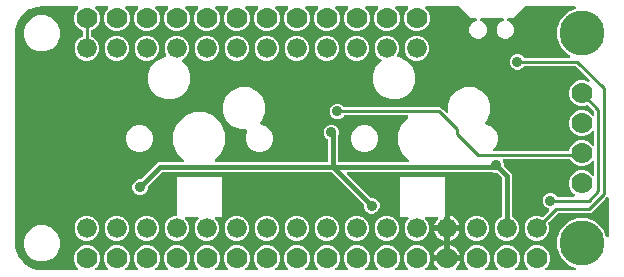
<source format=gbr>
G04 EAGLE Gerber RS-274X export*
G75*
%MOMM*%
%FSLAX34Y34*%
%LPD*%
%INBottom Copper*%
%IPPOS*%
%AMOC8*
5,1,8,0,0,1.08239X$1,22.5*%
G01*
%ADD10C,3.810000*%
%ADD11C,1.778000*%
%ADD12C,1.676400*%
%ADD13C,0.906400*%
%ADD14C,0.254000*%
%ADD15C,0.406400*%

G36*
X55285Y2558D02*
X55285Y2558D01*
X55424Y2571D01*
X55443Y2578D01*
X55464Y2581D01*
X55592Y2632D01*
X55724Y2679D01*
X55740Y2690D01*
X55759Y2698D01*
X55872Y2779D01*
X55987Y2857D01*
X56000Y2873D01*
X56017Y2884D01*
X56105Y2992D01*
X56197Y3096D01*
X56206Y3114D01*
X56219Y3129D01*
X56279Y3255D01*
X56342Y3379D01*
X56346Y3399D01*
X56355Y3417D01*
X56381Y3554D01*
X56411Y3689D01*
X56411Y3710D01*
X56415Y3729D01*
X56406Y3868D01*
X56402Y4007D01*
X56396Y4027D01*
X56395Y4047D01*
X56352Y4179D01*
X56313Y4313D01*
X56303Y4330D01*
X56297Y4349D01*
X56222Y4467D01*
X56152Y4587D01*
X56133Y4608D01*
X56127Y4618D01*
X56112Y4632D01*
X56045Y4707D01*
X54240Y6513D01*
X52577Y10527D01*
X52577Y14873D01*
X54240Y18887D01*
X57313Y21960D01*
X61327Y23623D01*
X65673Y23623D01*
X69687Y21960D01*
X72760Y18887D01*
X74423Y14873D01*
X74423Y10527D01*
X72760Y6513D01*
X70955Y4707D01*
X70869Y4598D01*
X70781Y4491D01*
X70772Y4472D01*
X70760Y4456D01*
X70704Y4328D01*
X70645Y4203D01*
X70641Y4183D01*
X70633Y4164D01*
X70611Y4026D01*
X70585Y3890D01*
X70587Y3870D01*
X70583Y3850D01*
X70596Y3711D01*
X70605Y3573D01*
X70611Y3554D01*
X70613Y3534D01*
X70660Y3402D01*
X70703Y3271D01*
X70714Y3253D01*
X70721Y3234D01*
X70799Y3119D01*
X70873Y3002D01*
X70888Y2988D01*
X70899Y2971D01*
X71004Y2879D01*
X71105Y2784D01*
X71123Y2774D01*
X71138Y2761D01*
X71262Y2697D01*
X71383Y2630D01*
X71403Y2625D01*
X71421Y2616D01*
X71557Y2586D01*
X71691Y2551D01*
X71719Y2549D01*
X71731Y2546D01*
X71752Y2547D01*
X71852Y2541D01*
X80548Y2541D01*
X80685Y2558D01*
X80824Y2571D01*
X80843Y2578D01*
X80864Y2581D01*
X80992Y2632D01*
X81124Y2679D01*
X81140Y2690D01*
X81159Y2698D01*
X81272Y2779D01*
X81387Y2857D01*
X81400Y2873D01*
X81417Y2884D01*
X81505Y2992D01*
X81597Y3096D01*
X81606Y3114D01*
X81619Y3129D01*
X81679Y3255D01*
X81742Y3379D01*
X81746Y3399D01*
X81755Y3417D01*
X81781Y3554D01*
X81811Y3689D01*
X81811Y3710D01*
X81815Y3729D01*
X81806Y3868D01*
X81802Y4007D01*
X81796Y4027D01*
X81795Y4047D01*
X81752Y4179D01*
X81713Y4313D01*
X81703Y4330D01*
X81697Y4349D01*
X81622Y4467D01*
X81552Y4587D01*
X81533Y4608D01*
X81527Y4618D01*
X81512Y4632D01*
X81445Y4707D01*
X79640Y6513D01*
X77977Y10527D01*
X77977Y14873D01*
X79640Y18887D01*
X82713Y21960D01*
X86727Y23623D01*
X91073Y23623D01*
X95087Y21960D01*
X98160Y18887D01*
X99823Y14873D01*
X99823Y10527D01*
X98160Y6513D01*
X96355Y4707D01*
X96269Y4598D01*
X96181Y4491D01*
X96172Y4472D01*
X96160Y4456D01*
X96104Y4328D01*
X96045Y4203D01*
X96041Y4183D01*
X96033Y4164D01*
X96011Y4026D01*
X95985Y3890D01*
X95987Y3870D01*
X95983Y3850D01*
X95996Y3711D01*
X96005Y3573D01*
X96011Y3554D01*
X96013Y3534D01*
X96060Y3402D01*
X96103Y3271D01*
X96114Y3253D01*
X96121Y3234D01*
X96199Y3119D01*
X96273Y3002D01*
X96288Y2988D01*
X96299Y2971D01*
X96404Y2879D01*
X96505Y2784D01*
X96523Y2774D01*
X96538Y2761D01*
X96662Y2697D01*
X96783Y2630D01*
X96803Y2625D01*
X96821Y2616D01*
X96957Y2586D01*
X97091Y2551D01*
X97119Y2549D01*
X97131Y2546D01*
X97152Y2547D01*
X97252Y2541D01*
X105948Y2541D01*
X106085Y2558D01*
X106224Y2571D01*
X106243Y2578D01*
X106264Y2581D01*
X106392Y2632D01*
X106524Y2679D01*
X106540Y2690D01*
X106559Y2698D01*
X106672Y2779D01*
X106787Y2857D01*
X106800Y2873D01*
X106817Y2884D01*
X106905Y2992D01*
X106997Y3096D01*
X107006Y3114D01*
X107019Y3129D01*
X107079Y3255D01*
X107142Y3379D01*
X107146Y3399D01*
X107155Y3417D01*
X107181Y3554D01*
X107211Y3689D01*
X107211Y3710D01*
X107215Y3729D01*
X107206Y3868D01*
X107202Y4007D01*
X107196Y4027D01*
X107195Y4047D01*
X107152Y4179D01*
X107113Y4313D01*
X107103Y4330D01*
X107097Y4349D01*
X107022Y4467D01*
X106952Y4587D01*
X106933Y4608D01*
X106927Y4618D01*
X106912Y4632D01*
X106845Y4707D01*
X105040Y6513D01*
X103377Y10527D01*
X103377Y14873D01*
X105040Y18887D01*
X108113Y21960D01*
X112127Y23623D01*
X116473Y23623D01*
X120487Y21960D01*
X123560Y18887D01*
X125223Y14873D01*
X125223Y10527D01*
X123560Y6513D01*
X121755Y4707D01*
X121669Y4598D01*
X121581Y4491D01*
X121572Y4472D01*
X121560Y4456D01*
X121504Y4328D01*
X121445Y4203D01*
X121441Y4183D01*
X121433Y4164D01*
X121411Y4026D01*
X121385Y3890D01*
X121387Y3870D01*
X121383Y3850D01*
X121396Y3711D01*
X121405Y3573D01*
X121411Y3554D01*
X121413Y3534D01*
X121460Y3402D01*
X121503Y3271D01*
X121514Y3253D01*
X121521Y3234D01*
X121599Y3119D01*
X121673Y3002D01*
X121688Y2988D01*
X121699Y2971D01*
X121804Y2879D01*
X121905Y2784D01*
X121923Y2774D01*
X121938Y2761D01*
X122062Y2697D01*
X122183Y2630D01*
X122203Y2625D01*
X122221Y2616D01*
X122357Y2586D01*
X122491Y2551D01*
X122519Y2549D01*
X122531Y2546D01*
X122552Y2547D01*
X122652Y2541D01*
X131348Y2541D01*
X131485Y2558D01*
X131624Y2571D01*
X131643Y2578D01*
X131664Y2581D01*
X131792Y2632D01*
X131924Y2679D01*
X131940Y2690D01*
X131959Y2698D01*
X132072Y2779D01*
X132187Y2857D01*
X132200Y2873D01*
X132217Y2884D01*
X132305Y2992D01*
X132397Y3096D01*
X132406Y3114D01*
X132419Y3129D01*
X132479Y3255D01*
X132542Y3379D01*
X132546Y3399D01*
X132555Y3417D01*
X132581Y3554D01*
X132611Y3689D01*
X132611Y3710D01*
X132615Y3729D01*
X132606Y3868D01*
X132602Y4007D01*
X132596Y4027D01*
X132595Y4047D01*
X132552Y4179D01*
X132513Y4313D01*
X132503Y4330D01*
X132497Y4349D01*
X132422Y4467D01*
X132352Y4587D01*
X132333Y4608D01*
X132327Y4618D01*
X132312Y4632D01*
X132245Y4707D01*
X130440Y6513D01*
X128777Y10527D01*
X128777Y14873D01*
X130440Y18887D01*
X133513Y21960D01*
X137527Y23623D01*
X141873Y23623D01*
X145887Y21960D01*
X148960Y18887D01*
X150623Y14873D01*
X150623Y10527D01*
X148960Y6513D01*
X147155Y4707D01*
X147069Y4598D01*
X146981Y4491D01*
X146972Y4472D01*
X146960Y4456D01*
X146904Y4328D01*
X146845Y4203D01*
X146841Y4183D01*
X146833Y4164D01*
X146811Y4026D01*
X146785Y3890D01*
X146787Y3870D01*
X146783Y3850D01*
X146796Y3711D01*
X146805Y3573D01*
X146811Y3554D01*
X146813Y3534D01*
X146860Y3402D01*
X146903Y3271D01*
X146914Y3253D01*
X146921Y3234D01*
X146999Y3119D01*
X147073Y3002D01*
X147088Y2988D01*
X147099Y2971D01*
X147204Y2879D01*
X147305Y2784D01*
X147323Y2774D01*
X147338Y2761D01*
X147462Y2697D01*
X147583Y2630D01*
X147603Y2625D01*
X147621Y2616D01*
X147757Y2586D01*
X147891Y2551D01*
X147919Y2549D01*
X147931Y2546D01*
X147952Y2547D01*
X148052Y2541D01*
X156748Y2541D01*
X156885Y2558D01*
X157024Y2571D01*
X157043Y2578D01*
X157064Y2581D01*
X157192Y2632D01*
X157324Y2679D01*
X157340Y2690D01*
X157359Y2698D01*
X157472Y2779D01*
X157587Y2857D01*
X157600Y2873D01*
X157617Y2884D01*
X157705Y2992D01*
X157797Y3096D01*
X157806Y3114D01*
X157819Y3129D01*
X157879Y3255D01*
X157942Y3379D01*
X157946Y3399D01*
X157955Y3417D01*
X157981Y3554D01*
X158011Y3689D01*
X158011Y3710D01*
X158015Y3729D01*
X158006Y3868D01*
X158002Y4007D01*
X157996Y4027D01*
X157995Y4047D01*
X157952Y4179D01*
X157913Y4313D01*
X157903Y4330D01*
X157897Y4349D01*
X157822Y4467D01*
X157752Y4587D01*
X157733Y4608D01*
X157727Y4618D01*
X157712Y4632D01*
X157645Y4707D01*
X155840Y6513D01*
X154177Y10527D01*
X154177Y14873D01*
X155840Y18887D01*
X158913Y21960D01*
X162927Y23623D01*
X167273Y23623D01*
X171287Y21960D01*
X174360Y18887D01*
X176023Y14873D01*
X176023Y10527D01*
X174360Y6513D01*
X172555Y4707D01*
X172469Y4598D01*
X172381Y4491D01*
X172372Y4472D01*
X172360Y4456D01*
X172304Y4328D01*
X172245Y4203D01*
X172241Y4183D01*
X172233Y4164D01*
X172211Y4026D01*
X172185Y3890D01*
X172187Y3870D01*
X172183Y3850D01*
X172196Y3711D01*
X172205Y3573D01*
X172211Y3554D01*
X172213Y3534D01*
X172260Y3402D01*
X172303Y3271D01*
X172314Y3253D01*
X172321Y3234D01*
X172399Y3119D01*
X172473Y3002D01*
X172488Y2988D01*
X172499Y2971D01*
X172604Y2879D01*
X172705Y2784D01*
X172723Y2774D01*
X172738Y2761D01*
X172862Y2697D01*
X172983Y2630D01*
X173003Y2625D01*
X173021Y2616D01*
X173157Y2586D01*
X173291Y2551D01*
X173319Y2549D01*
X173331Y2546D01*
X173352Y2547D01*
X173452Y2541D01*
X182148Y2541D01*
X182285Y2558D01*
X182424Y2571D01*
X182443Y2578D01*
X182464Y2581D01*
X182592Y2632D01*
X182724Y2679D01*
X182740Y2690D01*
X182759Y2698D01*
X182872Y2779D01*
X182987Y2857D01*
X183000Y2873D01*
X183017Y2884D01*
X183105Y2992D01*
X183197Y3096D01*
X183206Y3114D01*
X183219Y3129D01*
X183279Y3255D01*
X183342Y3379D01*
X183346Y3399D01*
X183355Y3417D01*
X183381Y3554D01*
X183411Y3689D01*
X183411Y3710D01*
X183415Y3729D01*
X183406Y3868D01*
X183402Y4007D01*
X183396Y4027D01*
X183395Y4047D01*
X183352Y4179D01*
X183313Y4313D01*
X183303Y4330D01*
X183297Y4349D01*
X183222Y4467D01*
X183152Y4587D01*
X183133Y4608D01*
X183127Y4618D01*
X183112Y4632D01*
X183045Y4707D01*
X181240Y6513D01*
X179577Y10527D01*
X179577Y14873D01*
X181240Y18887D01*
X184313Y21960D01*
X188327Y23623D01*
X192673Y23623D01*
X196687Y21960D01*
X199760Y18887D01*
X201423Y14873D01*
X201423Y10527D01*
X199760Y6513D01*
X197955Y4707D01*
X197869Y4598D01*
X197781Y4491D01*
X197772Y4472D01*
X197760Y4456D01*
X197704Y4328D01*
X197645Y4203D01*
X197641Y4183D01*
X197633Y4164D01*
X197611Y4026D01*
X197585Y3890D01*
X197587Y3870D01*
X197583Y3850D01*
X197596Y3711D01*
X197605Y3573D01*
X197611Y3554D01*
X197613Y3534D01*
X197660Y3402D01*
X197703Y3271D01*
X197714Y3253D01*
X197721Y3234D01*
X197799Y3119D01*
X197873Y3002D01*
X197888Y2988D01*
X197899Y2971D01*
X198004Y2879D01*
X198105Y2784D01*
X198123Y2774D01*
X198138Y2761D01*
X198262Y2697D01*
X198383Y2630D01*
X198403Y2625D01*
X198421Y2616D01*
X198557Y2586D01*
X198691Y2551D01*
X198719Y2549D01*
X198731Y2546D01*
X198752Y2547D01*
X198852Y2541D01*
X207548Y2541D01*
X207685Y2558D01*
X207824Y2571D01*
X207843Y2578D01*
X207864Y2581D01*
X207992Y2632D01*
X208124Y2679D01*
X208140Y2690D01*
X208159Y2698D01*
X208272Y2779D01*
X208387Y2857D01*
X208400Y2873D01*
X208417Y2884D01*
X208505Y2992D01*
X208597Y3096D01*
X208606Y3114D01*
X208619Y3129D01*
X208679Y3255D01*
X208742Y3379D01*
X208746Y3399D01*
X208755Y3417D01*
X208781Y3554D01*
X208811Y3689D01*
X208811Y3710D01*
X208815Y3729D01*
X208806Y3868D01*
X208802Y4007D01*
X208796Y4027D01*
X208795Y4047D01*
X208752Y4179D01*
X208713Y4313D01*
X208703Y4330D01*
X208697Y4349D01*
X208622Y4467D01*
X208552Y4587D01*
X208533Y4608D01*
X208527Y4618D01*
X208512Y4632D01*
X208445Y4707D01*
X206640Y6513D01*
X204977Y10527D01*
X204977Y14873D01*
X206640Y18887D01*
X209713Y21960D01*
X213727Y23623D01*
X218073Y23623D01*
X222087Y21960D01*
X225160Y18887D01*
X226823Y14873D01*
X226823Y10527D01*
X225160Y6513D01*
X223355Y4707D01*
X223269Y4598D01*
X223181Y4491D01*
X223172Y4472D01*
X223160Y4456D01*
X223104Y4328D01*
X223045Y4203D01*
X223041Y4183D01*
X223033Y4164D01*
X223011Y4026D01*
X222985Y3890D01*
X222987Y3870D01*
X222983Y3850D01*
X222996Y3711D01*
X223005Y3573D01*
X223011Y3554D01*
X223013Y3534D01*
X223060Y3402D01*
X223103Y3271D01*
X223114Y3253D01*
X223121Y3234D01*
X223199Y3119D01*
X223273Y3002D01*
X223288Y2988D01*
X223299Y2971D01*
X223404Y2879D01*
X223505Y2784D01*
X223523Y2774D01*
X223538Y2761D01*
X223662Y2697D01*
X223783Y2630D01*
X223803Y2625D01*
X223821Y2616D01*
X223957Y2586D01*
X224091Y2551D01*
X224119Y2549D01*
X224131Y2546D01*
X224152Y2547D01*
X224252Y2541D01*
X232948Y2541D01*
X233085Y2558D01*
X233224Y2571D01*
X233243Y2578D01*
X233264Y2581D01*
X233392Y2632D01*
X233524Y2679D01*
X233540Y2690D01*
X233559Y2698D01*
X233672Y2779D01*
X233787Y2857D01*
X233800Y2873D01*
X233817Y2884D01*
X233905Y2992D01*
X233997Y3096D01*
X234006Y3114D01*
X234019Y3129D01*
X234079Y3255D01*
X234142Y3379D01*
X234146Y3399D01*
X234155Y3417D01*
X234181Y3554D01*
X234211Y3689D01*
X234211Y3710D01*
X234215Y3729D01*
X234206Y3868D01*
X234202Y4007D01*
X234196Y4027D01*
X234195Y4047D01*
X234152Y4179D01*
X234113Y4313D01*
X234103Y4330D01*
X234097Y4349D01*
X234022Y4467D01*
X233952Y4587D01*
X233933Y4608D01*
X233927Y4618D01*
X233912Y4632D01*
X233845Y4707D01*
X232040Y6513D01*
X230377Y10527D01*
X230377Y14873D01*
X232040Y18887D01*
X235113Y21960D01*
X239127Y23623D01*
X243473Y23623D01*
X247487Y21960D01*
X250560Y18887D01*
X252223Y14873D01*
X252223Y10527D01*
X250560Y6513D01*
X248755Y4707D01*
X248669Y4598D01*
X248581Y4491D01*
X248572Y4472D01*
X248560Y4456D01*
X248504Y4328D01*
X248445Y4203D01*
X248441Y4183D01*
X248433Y4164D01*
X248411Y4026D01*
X248385Y3890D01*
X248387Y3870D01*
X248383Y3850D01*
X248396Y3711D01*
X248405Y3573D01*
X248411Y3554D01*
X248413Y3534D01*
X248460Y3402D01*
X248503Y3271D01*
X248514Y3253D01*
X248521Y3234D01*
X248599Y3119D01*
X248673Y3002D01*
X248688Y2988D01*
X248699Y2971D01*
X248804Y2879D01*
X248905Y2784D01*
X248923Y2774D01*
X248938Y2761D01*
X249062Y2697D01*
X249183Y2630D01*
X249203Y2625D01*
X249221Y2616D01*
X249357Y2586D01*
X249491Y2551D01*
X249519Y2549D01*
X249531Y2546D01*
X249552Y2547D01*
X249652Y2541D01*
X258348Y2541D01*
X258485Y2558D01*
X258624Y2571D01*
X258643Y2578D01*
X258664Y2581D01*
X258792Y2632D01*
X258924Y2679D01*
X258940Y2690D01*
X258959Y2698D01*
X259072Y2779D01*
X259187Y2857D01*
X259200Y2873D01*
X259217Y2884D01*
X259305Y2992D01*
X259397Y3096D01*
X259406Y3114D01*
X259419Y3129D01*
X259479Y3255D01*
X259542Y3379D01*
X259546Y3399D01*
X259555Y3417D01*
X259581Y3554D01*
X259611Y3689D01*
X259611Y3710D01*
X259615Y3729D01*
X259606Y3868D01*
X259602Y4007D01*
X259596Y4027D01*
X259595Y4047D01*
X259552Y4179D01*
X259513Y4313D01*
X259503Y4330D01*
X259497Y4349D01*
X259422Y4467D01*
X259352Y4587D01*
X259333Y4608D01*
X259327Y4618D01*
X259312Y4632D01*
X259245Y4707D01*
X257440Y6513D01*
X255777Y10527D01*
X255777Y14873D01*
X257440Y18887D01*
X260513Y21960D01*
X264527Y23623D01*
X268873Y23623D01*
X272887Y21960D01*
X275960Y18887D01*
X277623Y14873D01*
X277623Y10527D01*
X275960Y6513D01*
X274155Y4707D01*
X274069Y4598D01*
X273981Y4491D01*
X273972Y4472D01*
X273960Y4456D01*
X273904Y4328D01*
X273845Y4203D01*
X273841Y4183D01*
X273833Y4164D01*
X273811Y4026D01*
X273785Y3890D01*
X273787Y3870D01*
X273783Y3850D01*
X273796Y3711D01*
X273805Y3573D01*
X273811Y3554D01*
X273813Y3534D01*
X273860Y3402D01*
X273903Y3271D01*
X273914Y3253D01*
X273921Y3234D01*
X273999Y3119D01*
X274073Y3002D01*
X274088Y2988D01*
X274099Y2971D01*
X274204Y2879D01*
X274305Y2784D01*
X274323Y2774D01*
X274338Y2761D01*
X274462Y2697D01*
X274583Y2630D01*
X274603Y2625D01*
X274621Y2616D01*
X274757Y2586D01*
X274891Y2551D01*
X274919Y2549D01*
X274931Y2546D01*
X274952Y2547D01*
X275052Y2541D01*
X283748Y2541D01*
X283885Y2558D01*
X284024Y2571D01*
X284043Y2578D01*
X284064Y2581D01*
X284192Y2632D01*
X284324Y2679D01*
X284340Y2690D01*
X284359Y2698D01*
X284472Y2779D01*
X284587Y2857D01*
X284600Y2873D01*
X284617Y2884D01*
X284705Y2992D01*
X284797Y3096D01*
X284806Y3114D01*
X284819Y3129D01*
X284879Y3255D01*
X284942Y3379D01*
X284946Y3399D01*
X284955Y3417D01*
X284981Y3554D01*
X285011Y3689D01*
X285011Y3710D01*
X285015Y3729D01*
X285006Y3868D01*
X285002Y4007D01*
X284996Y4027D01*
X284995Y4047D01*
X284952Y4179D01*
X284913Y4313D01*
X284903Y4330D01*
X284897Y4349D01*
X284822Y4467D01*
X284752Y4587D01*
X284733Y4608D01*
X284727Y4618D01*
X284712Y4632D01*
X284645Y4707D01*
X282840Y6513D01*
X281177Y10527D01*
X281177Y14873D01*
X282840Y18887D01*
X285913Y21960D01*
X289927Y23623D01*
X294273Y23623D01*
X298287Y21960D01*
X301360Y18887D01*
X303023Y14873D01*
X303023Y10527D01*
X301360Y6513D01*
X299555Y4707D01*
X299469Y4598D01*
X299381Y4491D01*
X299372Y4472D01*
X299360Y4456D01*
X299304Y4328D01*
X299245Y4203D01*
X299241Y4183D01*
X299233Y4164D01*
X299211Y4026D01*
X299185Y3890D01*
X299187Y3870D01*
X299183Y3850D01*
X299196Y3711D01*
X299205Y3573D01*
X299211Y3554D01*
X299213Y3534D01*
X299260Y3402D01*
X299303Y3271D01*
X299314Y3253D01*
X299321Y3234D01*
X299399Y3119D01*
X299473Y3002D01*
X299488Y2988D01*
X299499Y2971D01*
X299604Y2879D01*
X299705Y2784D01*
X299723Y2774D01*
X299738Y2761D01*
X299862Y2697D01*
X299983Y2630D01*
X300003Y2625D01*
X300021Y2616D01*
X300157Y2586D01*
X300291Y2551D01*
X300319Y2549D01*
X300331Y2546D01*
X300352Y2547D01*
X300452Y2541D01*
X309148Y2541D01*
X309285Y2558D01*
X309424Y2571D01*
X309443Y2578D01*
X309464Y2581D01*
X309592Y2632D01*
X309724Y2679D01*
X309740Y2690D01*
X309759Y2698D01*
X309872Y2779D01*
X309987Y2857D01*
X310000Y2873D01*
X310017Y2884D01*
X310105Y2992D01*
X310197Y3096D01*
X310206Y3114D01*
X310219Y3129D01*
X310279Y3255D01*
X310342Y3379D01*
X310346Y3399D01*
X310355Y3417D01*
X310381Y3554D01*
X310411Y3689D01*
X310411Y3710D01*
X310415Y3729D01*
X310406Y3868D01*
X310402Y4007D01*
X310396Y4027D01*
X310395Y4047D01*
X310352Y4179D01*
X310313Y4313D01*
X310303Y4330D01*
X310297Y4349D01*
X310222Y4467D01*
X310152Y4587D01*
X310133Y4608D01*
X310127Y4618D01*
X310112Y4632D01*
X310045Y4707D01*
X308240Y6513D01*
X306577Y10527D01*
X306577Y14873D01*
X308240Y18887D01*
X311313Y21960D01*
X315327Y23623D01*
X319673Y23623D01*
X323687Y21960D01*
X326760Y18887D01*
X328423Y14873D01*
X328423Y10527D01*
X326760Y6513D01*
X324955Y4707D01*
X324869Y4598D01*
X324781Y4491D01*
X324772Y4472D01*
X324760Y4456D01*
X324704Y4328D01*
X324645Y4203D01*
X324641Y4183D01*
X324633Y4164D01*
X324611Y4026D01*
X324585Y3890D01*
X324587Y3870D01*
X324583Y3850D01*
X324596Y3711D01*
X324605Y3573D01*
X324611Y3554D01*
X324613Y3534D01*
X324660Y3402D01*
X324703Y3271D01*
X324714Y3253D01*
X324721Y3234D01*
X324799Y3119D01*
X324873Y3002D01*
X324888Y2988D01*
X324899Y2971D01*
X325004Y2879D01*
X325105Y2784D01*
X325123Y2774D01*
X325138Y2761D01*
X325262Y2697D01*
X325383Y2630D01*
X325403Y2625D01*
X325421Y2616D01*
X325557Y2586D01*
X325691Y2551D01*
X325719Y2549D01*
X325731Y2546D01*
X325752Y2547D01*
X325852Y2541D01*
X334548Y2541D01*
X334685Y2558D01*
X334824Y2571D01*
X334843Y2578D01*
X334864Y2581D01*
X334992Y2632D01*
X335124Y2679D01*
X335140Y2690D01*
X335159Y2698D01*
X335272Y2779D01*
X335387Y2857D01*
X335400Y2873D01*
X335417Y2884D01*
X335505Y2992D01*
X335597Y3096D01*
X335606Y3114D01*
X335619Y3129D01*
X335679Y3255D01*
X335742Y3379D01*
X335746Y3399D01*
X335755Y3417D01*
X335781Y3554D01*
X335811Y3689D01*
X335811Y3710D01*
X335815Y3729D01*
X335806Y3868D01*
X335802Y4007D01*
X335796Y4027D01*
X335795Y4047D01*
X335752Y4179D01*
X335713Y4313D01*
X335703Y4330D01*
X335697Y4349D01*
X335622Y4467D01*
X335552Y4587D01*
X335533Y4608D01*
X335527Y4618D01*
X335512Y4632D01*
X335445Y4707D01*
X333640Y6513D01*
X331977Y10527D01*
X331977Y14873D01*
X333640Y18887D01*
X336713Y21960D01*
X340727Y23623D01*
X345073Y23623D01*
X349087Y21960D01*
X352160Y18887D01*
X353823Y14873D01*
X353823Y10527D01*
X352160Y6513D01*
X350355Y4707D01*
X350269Y4598D01*
X350181Y4491D01*
X350172Y4472D01*
X350160Y4456D01*
X350104Y4328D01*
X350045Y4203D01*
X350041Y4183D01*
X350033Y4164D01*
X350011Y4026D01*
X349985Y3890D01*
X349987Y3870D01*
X349983Y3850D01*
X349996Y3711D01*
X350005Y3573D01*
X350011Y3554D01*
X350013Y3534D01*
X350060Y3402D01*
X350103Y3271D01*
X350114Y3253D01*
X350121Y3234D01*
X350199Y3119D01*
X350273Y3002D01*
X350288Y2988D01*
X350299Y2971D01*
X350404Y2879D01*
X350505Y2784D01*
X350523Y2774D01*
X350538Y2761D01*
X350662Y2697D01*
X350783Y2630D01*
X350803Y2625D01*
X350821Y2616D01*
X350957Y2586D01*
X351091Y2551D01*
X351119Y2549D01*
X351131Y2546D01*
X351152Y2547D01*
X351252Y2541D01*
X359230Y2541D01*
X359368Y2558D01*
X359506Y2571D01*
X359525Y2578D01*
X359545Y2581D01*
X359675Y2632D01*
X359805Y2679D01*
X359822Y2690D01*
X359841Y2698D01*
X359953Y2779D01*
X360068Y2857D01*
X360082Y2873D01*
X360098Y2884D01*
X360187Y2992D01*
X360279Y3096D01*
X360288Y3114D01*
X360301Y3129D01*
X360360Y3255D01*
X360423Y3379D01*
X360428Y3399D01*
X360436Y3417D01*
X360462Y3553D01*
X360493Y3689D01*
X360492Y3710D01*
X360496Y3729D01*
X360488Y3868D01*
X360483Y4007D01*
X360478Y4027D01*
X360476Y4047D01*
X360434Y4179D01*
X360395Y4313D01*
X360385Y4330D01*
X360378Y4349D01*
X360304Y4467D01*
X360233Y4587D01*
X360215Y4608D01*
X360208Y4618D01*
X360193Y4632D01*
X360127Y4708D01*
X359581Y5253D01*
X358523Y6709D01*
X357707Y8312D01*
X357151Y10023D01*
X357123Y10201D01*
X367070Y10201D01*
X367188Y10216D01*
X367307Y10223D01*
X367345Y10235D01*
X367385Y10241D01*
X367496Y10284D01*
X367609Y10321D01*
X367643Y10343D01*
X367681Y10358D01*
X367777Y10427D01*
X367878Y10491D01*
X367906Y10521D01*
X367938Y10544D01*
X368014Y10636D01*
X368096Y10723D01*
X368115Y10758D01*
X368141Y10789D01*
X368192Y10897D01*
X368249Y11001D01*
X368259Y11041D01*
X368277Y11077D01*
X368297Y11184D01*
X368301Y11154D01*
X368345Y11044D01*
X368381Y10931D01*
X368403Y10896D01*
X368418Y10859D01*
X368488Y10762D01*
X368551Y10662D01*
X368581Y10634D01*
X368605Y10601D01*
X368696Y10525D01*
X368783Y10444D01*
X368818Y10424D01*
X368850Y10399D01*
X368957Y10348D01*
X369062Y10290D01*
X369101Y10280D01*
X369137Y10263D01*
X369254Y10241D01*
X369370Y10211D01*
X369430Y10207D01*
X369450Y10203D01*
X369470Y10205D01*
X369530Y10201D01*
X379477Y10201D01*
X379449Y10023D01*
X378893Y8312D01*
X378077Y6709D01*
X377019Y5253D01*
X376473Y4708D01*
X376388Y4598D01*
X376299Y4491D01*
X376290Y4472D01*
X376278Y4456D01*
X376223Y4328D01*
X376164Y4203D01*
X376160Y4183D01*
X376152Y4164D01*
X376130Y4026D01*
X376104Y3890D01*
X376105Y3870D01*
X376102Y3850D01*
X376115Y3711D01*
X376124Y3573D01*
X376130Y3554D01*
X376132Y3534D01*
X376179Y3403D01*
X376222Y3271D01*
X376232Y3253D01*
X376239Y3234D01*
X376317Y3120D01*
X376392Y3002D01*
X376406Y2988D01*
X376418Y2971D01*
X376522Y2879D01*
X376623Y2784D01*
X376641Y2774D01*
X376656Y2761D01*
X376780Y2698D01*
X376902Y2630D01*
X376921Y2625D01*
X376939Y2616D01*
X377075Y2586D01*
X377210Y2551D01*
X377238Y2549D01*
X377250Y2546D01*
X377270Y2547D01*
X377370Y2541D01*
X385348Y2541D01*
X385485Y2558D01*
X385624Y2571D01*
X385643Y2578D01*
X385664Y2581D01*
X385792Y2632D01*
X385924Y2679D01*
X385940Y2690D01*
X385959Y2698D01*
X386072Y2779D01*
X386187Y2857D01*
X386200Y2873D01*
X386217Y2884D01*
X386305Y2992D01*
X386397Y3096D01*
X386406Y3114D01*
X386419Y3129D01*
X386479Y3255D01*
X386542Y3379D01*
X386546Y3399D01*
X386555Y3417D01*
X386581Y3554D01*
X386611Y3689D01*
X386611Y3710D01*
X386615Y3729D01*
X386606Y3868D01*
X386602Y4007D01*
X386596Y4027D01*
X386595Y4047D01*
X386552Y4179D01*
X386513Y4313D01*
X386503Y4330D01*
X386497Y4349D01*
X386422Y4467D01*
X386352Y4587D01*
X386333Y4608D01*
X386327Y4618D01*
X386312Y4632D01*
X386245Y4707D01*
X384440Y6513D01*
X382777Y10527D01*
X382777Y14873D01*
X384440Y18887D01*
X387513Y21960D01*
X391527Y23623D01*
X395873Y23623D01*
X399887Y21960D01*
X402960Y18887D01*
X404623Y14873D01*
X404623Y10527D01*
X402960Y6513D01*
X401155Y4707D01*
X401069Y4598D01*
X400981Y4491D01*
X400972Y4472D01*
X400960Y4456D01*
X400904Y4328D01*
X400845Y4203D01*
X400841Y4183D01*
X400833Y4164D01*
X400811Y4026D01*
X400785Y3890D01*
X400787Y3870D01*
X400783Y3850D01*
X400796Y3711D01*
X400805Y3573D01*
X400811Y3554D01*
X400813Y3534D01*
X400860Y3402D01*
X400903Y3271D01*
X400914Y3253D01*
X400921Y3234D01*
X400999Y3119D01*
X401073Y3002D01*
X401088Y2988D01*
X401099Y2971D01*
X401204Y2879D01*
X401305Y2784D01*
X401323Y2774D01*
X401338Y2761D01*
X401462Y2697D01*
X401583Y2630D01*
X401603Y2625D01*
X401621Y2616D01*
X401757Y2586D01*
X401891Y2551D01*
X401919Y2549D01*
X401931Y2546D01*
X401952Y2547D01*
X402052Y2541D01*
X410748Y2541D01*
X410885Y2558D01*
X411024Y2571D01*
X411043Y2578D01*
X411064Y2581D01*
X411192Y2632D01*
X411324Y2679D01*
X411340Y2690D01*
X411359Y2698D01*
X411472Y2779D01*
X411587Y2857D01*
X411600Y2873D01*
X411617Y2884D01*
X411705Y2992D01*
X411797Y3096D01*
X411806Y3114D01*
X411819Y3129D01*
X411879Y3255D01*
X411942Y3379D01*
X411946Y3399D01*
X411955Y3417D01*
X411981Y3554D01*
X412011Y3689D01*
X412011Y3710D01*
X412015Y3729D01*
X412006Y3868D01*
X412002Y4007D01*
X411996Y4027D01*
X411995Y4047D01*
X411952Y4179D01*
X411913Y4313D01*
X411903Y4330D01*
X411897Y4349D01*
X411822Y4467D01*
X411752Y4587D01*
X411733Y4608D01*
X411727Y4618D01*
X411712Y4632D01*
X411645Y4707D01*
X409840Y6513D01*
X408177Y10527D01*
X408177Y14873D01*
X409840Y18887D01*
X412913Y21960D01*
X416927Y23623D01*
X421273Y23623D01*
X425287Y21960D01*
X428360Y18887D01*
X430023Y14873D01*
X430023Y10527D01*
X428360Y6513D01*
X426555Y4707D01*
X426469Y4598D01*
X426381Y4491D01*
X426372Y4472D01*
X426360Y4456D01*
X426304Y4328D01*
X426245Y4203D01*
X426241Y4183D01*
X426233Y4164D01*
X426211Y4026D01*
X426185Y3890D01*
X426187Y3870D01*
X426183Y3850D01*
X426196Y3711D01*
X426205Y3573D01*
X426211Y3554D01*
X426213Y3534D01*
X426260Y3402D01*
X426303Y3271D01*
X426314Y3253D01*
X426321Y3234D01*
X426399Y3119D01*
X426473Y3002D01*
X426488Y2988D01*
X426499Y2971D01*
X426604Y2879D01*
X426705Y2784D01*
X426723Y2774D01*
X426738Y2761D01*
X426862Y2697D01*
X426983Y2630D01*
X427003Y2625D01*
X427021Y2616D01*
X427157Y2586D01*
X427291Y2551D01*
X427319Y2549D01*
X427331Y2546D01*
X427352Y2547D01*
X427452Y2541D01*
X436148Y2541D01*
X436285Y2558D01*
X436424Y2571D01*
X436443Y2578D01*
X436464Y2581D01*
X436592Y2632D01*
X436724Y2679D01*
X436740Y2690D01*
X436759Y2698D01*
X436872Y2779D01*
X436987Y2857D01*
X437000Y2873D01*
X437017Y2884D01*
X437105Y2992D01*
X437197Y3096D01*
X437206Y3114D01*
X437219Y3129D01*
X437279Y3255D01*
X437342Y3379D01*
X437346Y3399D01*
X437355Y3417D01*
X437381Y3554D01*
X437411Y3689D01*
X437411Y3710D01*
X437415Y3729D01*
X437406Y3868D01*
X437402Y4007D01*
X437396Y4027D01*
X437395Y4047D01*
X437352Y4179D01*
X437313Y4313D01*
X437303Y4330D01*
X437297Y4349D01*
X437222Y4467D01*
X437152Y4587D01*
X437133Y4608D01*
X437127Y4618D01*
X437112Y4632D01*
X437045Y4707D01*
X435240Y6513D01*
X433577Y10527D01*
X433577Y14873D01*
X435240Y18887D01*
X438313Y21960D01*
X442327Y23623D01*
X446673Y23623D01*
X450687Y21960D01*
X453760Y18887D01*
X455423Y14873D01*
X455423Y10527D01*
X453760Y6513D01*
X451955Y4707D01*
X451869Y4598D01*
X451781Y4491D01*
X451772Y4472D01*
X451760Y4456D01*
X451704Y4328D01*
X451645Y4203D01*
X451641Y4183D01*
X451633Y4164D01*
X451611Y4026D01*
X451585Y3890D01*
X451587Y3870D01*
X451583Y3850D01*
X451596Y3711D01*
X451605Y3573D01*
X451611Y3554D01*
X451613Y3534D01*
X451660Y3402D01*
X451703Y3271D01*
X451714Y3253D01*
X451721Y3234D01*
X451799Y3119D01*
X451873Y3002D01*
X451888Y2988D01*
X451899Y2971D01*
X452004Y2879D01*
X452105Y2784D01*
X452123Y2774D01*
X452138Y2761D01*
X452262Y2697D01*
X452383Y2630D01*
X452403Y2625D01*
X452421Y2616D01*
X452557Y2586D01*
X452691Y2551D01*
X452719Y2549D01*
X452731Y2546D01*
X452752Y2547D01*
X452852Y2541D01*
X476314Y2541D01*
X476384Y2549D01*
X476453Y2548D01*
X476541Y2569D01*
X476630Y2581D01*
X476695Y2606D01*
X476763Y2623D01*
X476842Y2665D01*
X476926Y2698D01*
X476982Y2739D01*
X477044Y2771D01*
X477110Y2832D01*
X477183Y2884D01*
X477228Y2938D01*
X477279Y2985D01*
X477328Y3060D01*
X477386Y3129D01*
X477416Y3193D01*
X477454Y3251D01*
X477483Y3336D01*
X477521Y3417D01*
X477534Y3486D01*
X477557Y3552D01*
X477564Y3641D01*
X477581Y3729D01*
X477577Y3799D01*
X477582Y3869D01*
X477567Y3957D01*
X477561Y4047D01*
X477540Y4113D01*
X477528Y4182D01*
X477491Y4264D01*
X477463Y4349D01*
X477426Y4408D01*
X477397Y4472D01*
X477341Y4542D01*
X477293Y4618D01*
X477242Y4666D01*
X477199Y4720D01*
X477127Y4775D01*
X477062Y4836D01*
X477000Y4870D01*
X476945Y4912D01*
X476800Y4983D01*
X470658Y7527D01*
X464727Y13458D01*
X461517Y21206D01*
X461517Y29594D01*
X464727Y37342D01*
X470658Y43273D01*
X478406Y46483D01*
X486794Y46483D01*
X494542Y43273D01*
X500473Y37342D01*
X503017Y31200D01*
X503052Y31139D01*
X503078Y31074D01*
X503130Y31002D01*
X503175Y30924D01*
X503223Y30874D01*
X503264Y30817D01*
X503334Y30760D01*
X503396Y30695D01*
X503456Y30659D01*
X503509Y30614D01*
X503591Y30576D01*
X503667Y30529D01*
X503734Y30508D01*
X503797Y30479D01*
X503885Y30462D01*
X503971Y30435D01*
X504041Y30432D01*
X504110Y30419D01*
X504199Y30425D01*
X504289Y30420D01*
X504357Y30434D01*
X504427Y30439D01*
X504512Y30466D01*
X504600Y30485D01*
X504663Y30515D01*
X504729Y30537D01*
X504805Y30585D01*
X504886Y30624D01*
X504939Y30670D01*
X504998Y30707D01*
X505060Y30772D01*
X505128Y30831D01*
X505168Y30888D01*
X505216Y30938D01*
X505259Y31017D01*
X505311Y31091D01*
X505336Y31156D01*
X505370Y31217D01*
X505392Y31304D01*
X505424Y31388D01*
X505432Y31457D01*
X505449Y31525D01*
X505459Y31686D01*
X505459Y63384D01*
X505442Y63522D01*
X505429Y63661D01*
X505422Y63680D01*
X505419Y63700D01*
X505368Y63829D01*
X505321Y63960D01*
X505310Y63977D01*
X505302Y63995D01*
X505221Y64108D01*
X505143Y64223D01*
X505127Y64236D01*
X505116Y64253D01*
X505008Y64342D01*
X504904Y64434D01*
X504886Y64443D01*
X504871Y64456D01*
X504745Y64515D01*
X504621Y64578D01*
X504601Y64583D01*
X504583Y64591D01*
X504446Y64617D01*
X504311Y64648D01*
X504290Y64647D01*
X504271Y64651D01*
X504132Y64642D01*
X503993Y64638D01*
X503973Y64632D01*
X503953Y64631D01*
X503821Y64588D01*
X503687Y64550D01*
X503670Y64539D01*
X503651Y64533D01*
X503533Y64459D01*
X503413Y64388D01*
X503392Y64370D01*
X503382Y64363D01*
X503368Y64348D01*
X503293Y64282D01*
X502139Y63128D01*
X502138Y63128D01*
X490318Y51307D01*
X462904Y51307D01*
X462806Y51295D01*
X462707Y51292D01*
X462648Y51275D01*
X462588Y51267D01*
X462496Y51231D01*
X462401Y51203D01*
X462349Y51173D01*
X462293Y51150D01*
X462213Y51092D01*
X462127Y51042D01*
X462052Y50976D01*
X462035Y50964D01*
X462027Y50954D01*
X462006Y50936D01*
X454439Y43368D01*
X454421Y43345D01*
X454398Y43326D01*
X454324Y43220D01*
X454244Y43117D01*
X454232Y43090D01*
X454215Y43066D01*
X454169Y42944D01*
X454118Y42825D01*
X454113Y42796D01*
X454102Y42768D01*
X454088Y42639D01*
X454068Y42511D01*
X454070Y42481D01*
X454067Y42452D01*
X454085Y42324D01*
X454097Y42194D01*
X454107Y42166D01*
X454112Y42137D01*
X454164Y41985D01*
X454915Y40172D01*
X454915Y36028D01*
X453329Y32201D01*
X450399Y29271D01*
X446572Y27685D01*
X442428Y27685D01*
X438601Y29271D01*
X435671Y32201D01*
X434085Y36028D01*
X434085Y40172D01*
X435671Y43999D01*
X438601Y46929D01*
X442428Y48515D01*
X446572Y48515D01*
X448385Y47764D01*
X448413Y47756D01*
X448440Y47742D01*
X448566Y47714D01*
X448692Y47680D01*
X448721Y47679D01*
X448750Y47673D01*
X448880Y47677D01*
X449010Y47675D01*
X449038Y47682D01*
X449068Y47682D01*
X449192Y47719D01*
X449319Y47749D01*
X449345Y47763D01*
X449373Y47771D01*
X449485Y47837D01*
X449600Y47898D01*
X449622Y47917D01*
X449647Y47932D01*
X449768Y48039D01*
X454819Y53090D01*
X454850Y53129D01*
X454886Y53163D01*
X454947Y53254D01*
X455014Y53341D01*
X455034Y53387D01*
X455061Y53428D01*
X455097Y53532D01*
X455140Y53633D01*
X455148Y53682D01*
X455164Y53729D01*
X455173Y53839D01*
X455190Y53947D01*
X455186Y53997D01*
X455190Y54046D01*
X455171Y54154D01*
X455160Y54264D01*
X455144Y54311D01*
X455135Y54360D01*
X455090Y54460D01*
X455053Y54563D01*
X455025Y54604D01*
X455005Y54649D01*
X454936Y54735D01*
X454874Y54826D01*
X454837Y54859D01*
X454806Y54898D01*
X454718Y54964D01*
X454636Y55037D01*
X454592Y55059D01*
X454552Y55089D01*
X454407Y55160D01*
X452211Y56070D01*
X450365Y57916D01*
X449365Y60329D01*
X449365Y62941D01*
X450365Y65354D01*
X452211Y67200D01*
X454624Y68200D01*
X457236Y68200D01*
X459649Y67200D01*
X461539Y65309D01*
X461618Y65249D01*
X461690Y65181D01*
X461743Y65152D01*
X461791Y65115D01*
X461882Y65075D01*
X461968Y65027D01*
X462027Y65012D01*
X462083Y64988D01*
X462181Y64973D01*
X462276Y64948D01*
X462376Y64942D01*
X462397Y64938D01*
X462409Y64940D01*
X462437Y64938D01*
X475351Y64938D01*
X475488Y64955D01*
X475627Y64968D01*
X475646Y64975D01*
X475667Y64978D01*
X475795Y65029D01*
X475927Y65076D01*
X475943Y65087D01*
X475962Y65095D01*
X476075Y65176D01*
X476190Y65254D01*
X476203Y65270D01*
X476220Y65281D01*
X476308Y65389D01*
X476400Y65493D01*
X476409Y65511D01*
X476422Y65526D01*
X476482Y65652D01*
X476545Y65776D01*
X476549Y65796D01*
X476558Y65814D01*
X476584Y65950D01*
X476614Y66086D01*
X476614Y66107D01*
X476618Y66126D01*
X476609Y66265D01*
X476605Y66404D01*
X476599Y66424D01*
X476598Y66444D01*
X476555Y66576D01*
X476516Y66710D01*
X476506Y66727D01*
X476500Y66746D01*
X476425Y66864D01*
X476355Y66984D01*
X476336Y67005D01*
X476330Y67015D01*
X476315Y67029D01*
X476248Y67104D01*
X473340Y70013D01*
X471677Y74027D01*
X471677Y78373D01*
X473340Y82387D01*
X476413Y85460D01*
X480427Y87123D01*
X484773Y87123D01*
X488787Y85460D01*
X491101Y83147D01*
X491210Y83061D01*
X491317Y82973D01*
X491336Y82964D01*
X491352Y82952D01*
X491480Y82896D01*
X491605Y82837D01*
X491625Y82833D01*
X491644Y82825D01*
X491782Y82803D01*
X491918Y82777D01*
X491938Y82779D01*
X491958Y82775D01*
X492097Y82788D01*
X492235Y82797D01*
X492254Y82803D01*
X492274Y82805D01*
X492406Y82852D01*
X492537Y82895D01*
X492555Y82906D01*
X492574Y82913D01*
X492689Y82991D01*
X492806Y83065D01*
X492820Y83080D01*
X492837Y83091D01*
X492929Y83196D01*
X493024Y83297D01*
X493034Y83315D01*
X493047Y83330D01*
X493111Y83454D01*
X493178Y83575D01*
X493183Y83595D01*
X493192Y83613D01*
X493222Y83749D01*
X493257Y83883D01*
X493259Y83911D01*
X493262Y83923D01*
X493261Y83944D01*
X493267Y84044D01*
X493267Y93756D01*
X493250Y93893D01*
X493237Y94032D01*
X493230Y94051D01*
X493227Y94072D01*
X493176Y94200D01*
X493129Y94332D01*
X493118Y94348D01*
X493110Y94367D01*
X493029Y94480D01*
X492951Y94595D01*
X492935Y94608D01*
X492924Y94625D01*
X492816Y94713D01*
X492712Y94805D01*
X492694Y94814D01*
X492679Y94827D01*
X492553Y94887D01*
X492429Y94950D01*
X492409Y94954D01*
X492391Y94963D01*
X492255Y94989D01*
X492119Y95019D01*
X492098Y95019D01*
X492079Y95023D01*
X491940Y95014D01*
X491801Y95010D01*
X491781Y95004D01*
X491761Y95003D01*
X491629Y94960D01*
X491495Y94921D01*
X491478Y94911D01*
X491459Y94905D01*
X491341Y94830D01*
X491221Y94760D01*
X491200Y94741D01*
X491190Y94735D01*
X491176Y94720D01*
X491101Y94653D01*
X488787Y92340D01*
X484773Y90677D01*
X480427Y90677D01*
X476413Y92340D01*
X473340Y95413D01*
X473069Y96066D01*
X473055Y96092D01*
X473046Y96120D01*
X472976Y96230D01*
X472912Y96342D01*
X472891Y96364D01*
X472876Y96389D01*
X472781Y96478D01*
X472691Y96571D01*
X472666Y96586D01*
X472644Y96607D01*
X472530Y96669D01*
X472420Y96737D01*
X472391Y96746D01*
X472365Y96760D01*
X472240Y96793D01*
X472116Y96831D01*
X472086Y96832D01*
X472058Y96840D01*
X471897Y96850D01*
X416974Y96850D01*
X416925Y96844D01*
X416875Y96846D01*
X416768Y96824D01*
X416659Y96810D01*
X416613Y96792D01*
X416564Y96782D01*
X416465Y96733D01*
X416363Y96693D01*
X416323Y96664D01*
X416278Y96642D01*
X416195Y96571D01*
X416106Y96506D01*
X416074Y96468D01*
X416036Y96436D01*
X415973Y96346D01*
X415903Y96261D01*
X415882Y96216D01*
X415853Y96175D01*
X415814Y96073D01*
X415767Y95973D01*
X415758Y95925D01*
X415740Y95878D01*
X415728Y95769D01*
X415708Y95661D01*
X415711Y95612D01*
X415705Y95562D01*
X415721Y95453D01*
X415727Y95344D01*
X415743Y95296D01*
X415750Y95247D01*
X415802Y95095D01*
X416775Y92746D01*
X416775Y91149D01*
X416787Y91051D01*
X416790Y90952D01*
X416807Y90894D01*
X416815Y90834D01*
X416851Y90742D01*
X416879Y90647D01*
X416909Y90595D01*
X416932Y90538D01*
X416990Y90458D01*
X417040Y90373D01*
X417106Y90297D01*
X417118Y90281D01*
X417128Y90273D01*
X417146Y90252D01*
X423165Y84234D01*
X423165Y48537D01*
X423168Y48508D01*
X423166Y48479D01*
X423188Y48351D01*
X423205Y48222D01*
X423215Y48194D01*
X423220Y48165D01*
X423274Y48047D01*
X423322Y47926D01*
X423339Y47902D01*
X423351Y47875D01*
X423432Y47774D01*
X423508Y47669D01*
X423531Y47650D01*
X423550Y47627D01*
X423653Y47549D01*
X423753Y47466D01*
X423780Y47453D01*
X423804Y47436D01*
X423948Y47365D01*
X424999Y46929D01*
X427929Y43999D01*
X429515Y40172D01*
X429515Y36028D01*
X427929Y32201D01*
X424999Y29271D01*
X421172Y27685D01*
X417028Y27685D01*
X413201Y29271D01*
X410271Y32201D01*
X408685Y36028D01*
X408685Y40172D01*
X410271Y43999D01*
X413201Y46929D01*
X414252Y47365D01*
X414277Y47379D01*
X414305Y47388D01*
X414415Y47458D01*
X414528Y47522D01*
X414549Y47543D01*
X414574Y47558D01*
X414663Y47653D01*
X414756Y47743D01*
X414772Y47769D01*
X414792Y47790D01*
X414855Y47904D01*
X414923Y48015D01*
X414931Y48043D01*
X414946Y48069D01*
X414978Y48194D01*
X415016Y48318D01*
X415018Y48348D01*
X415025Y48377D01*
X415035Y48537D01*
X415035Y80341D01*
X415023Y80439D01*
X415020Y80538D01*
X415003Y80596D01*
X414995Y80656D01*
X414959Y80748D01*
X414931Y80843D01*
X414901Y80895D01*
X414878Y80952D01*
X414820Y81032D01*
X414770Y81117D01*
X414704Y81193D01*
X414692Y81209D01*
X414682Y81217D01*
X414664Y81238D01*
X411398Y84504D01*
X411320Y84564D01*
X411248Y84632D01*
X411195Y84661D01*
X411147Y84698D01*
X411056Y84738D01*
X410969Y84786D01*
X410911Y84801D01*
X410855Y84825D01*
X410757Y84840D01*
X410661Y84865D01*
X410561Y84871D01*
X410541Y84875D01*
X410529Y84873D01*
X410501Y84875D01*
X408904Y84875D01*
X406404Y85911D01*
X406381Y85928D01*
X406290Y85968D01*
X406204Y86016D01*
X406145Y86031D01*
X406089Y86055D01*
X405991Y86070D01*
X405896Y86095D01*
X405796Y86101D01*
X405775Y86105D01*
X405763Y86103D01*
X405735Y86105D01*
X284777Y86105D01*
X284640Y86088D01*
X284501Y86075D01*
X284482Y86068D01*
X284462Y86065D01*
X284333Y86014D01*
X284202Y85967D01*
X284185Y85956D01*
X284166Y85948D01*
X284054Y85867D01*
X283939Y85789D01*
X283925Y85773D01*
X283909Y85762D01*
X283820Y85654D01*
X283728Y85550D01*
X283719Y85532D01*
X283706Y85517D01*
X283647Y85391D01*
X283584Y85267D01*
X283579Y85247D01*
X283570Y85229D01*
X283544Y85093D01*
X283514Y84957D01*
X283514Y84936D01*
X283511Y84917D01*
X283519Y84778D01*
X283524Y84639D01*
X283529Y84619D01*
X283530Y84599D01*
X283573Y84467D01*
X283612Y84333D01*
X283622Y84316D01*
X283628Y84297D01*
X283703Y84179D01*
X283773Y84059D01*
X283792Y84038D01*
X283799Y84028D01*
X283813Y84014D01*
X283880Y83939D01*
X303612Y64206D01*
X303690Y64146D01*
X303762Y64078D01*
X303815Y64049D01*
X303863Y64012D01*
X303954Y63972D01*
X304041Y63924D01*
X304099Y63909D01*
X304155Y63885D01*
X304253Y63870D01*
X304349Y63845D01*
X304449Y63839D01*
X304469Y63835D01*
X304481Y63837D01*
X304509Y63835D01*
X306106Y63835D01*
X308519Y62835D01*
X310365Y60989D01*
X311365Y58576D01*
X311365Y55964D01*
X310365Y53551D01*
X308519Y51705D01*
X306106Y50705D01*
X303494Y50705D01*
X301081Y51705D01*
X299235Y53551D01*
X298235Y55964D01*
X298235Y57561D01*
X298223Y57659D01*
X298220Y57758D01*
X298203Y57816D01*
X298195Y57876D01*
X298159Y57968D01*
X298131Y58063D01*
X298101Y58115D01*
X298078Y58172D01*
X298020Y58252D01*
X297970Y58337D01*
X297904Y58413D01*
X297892Y58429D01*
X297882Y58437D01*
X297864Y58458D01*
X270588Y85734D01*
X270510Y85794D01*
X270438Y85862D01*
X270385Y85891D01*
X270337Y85928D01*
X270246Y85968D01*
X270159Y86016D01*
X270101Y86031D01*
X270045Y86055D01*
X269947Y86070D01*
X269851Y86095D01*
X269751Y86101D01*
X269731Y86105D01*
X269719Y86103D01*
X269691Y86105D01*
X127939Y86105D01*
X127841Y86093D01*
X127742Y86090D01*
X127684Y86073D01*
X127624Y86065D01*
X127532Y86029D01*
X127437Y86001D01*
X127385Y85971D01*
X127328Y85948D01*
X127248Y85890D01*
X127163Y85840D01*
X127087Y85774D01*
X127071Y85762D01*
X127063Y85752D01*
X127042Y85734D01*
X115521Y74213D01*
X115461Y74135D01*
X115393Y74063D01*
X115364Y74010D01*
X115327Y73962D01*
X115287Y73871D01*
X115239Y73784D01*
X115224Y73726D01*
X115200Y73670D01*
X115185Y73572D01*
X115160Y73476D01*
X115154Y73376D01*
X115150Y73356D01*
X115152Y73344D01*
X115150Y73316D01*
X115150Y71719D01*
X114150Y69306D01*
X112304Y67460D01*
X109891Y66460D01*
X107279Y66460D01*
X104866Y67460D01*
X103020Y69306D01*
X102020Y71719D01*
X102020Y74331D01*
X103020Y76744D01*
X104866Y78590D01*
X107279Y79590D01*
X108876Y79590D01*
X108974Y79602D01*
X109073Y79605D01*
X109131Y79622D01*
X109191Y79630D01*
X109283Y79666D01*
X109378Y79694D01*
X109430Y79724D01*
X109487Y79747D01*
X109567Y79805D01*
X109652Y79855D01*
X109728Y79921D01*
X109744Y79933D01*
X109752Y79943D01*
X109773Y79961D01*
X124046Y94235D01*
X144581Y94235D01*
X144718Y94252D01*
X144857Y94265D01*
X144876Y94272D01*
X144896Y94275D01*
X145025Y94326D01*
X145156Y94373D01*
X145173Y94384D01*
X145192Y94392D01*
X145304Y94473D01*
X145420Y94551D01*
X145433Y94567D01*
X145449Y94578D01*
X145538Y94686D01*
X145630Y94790D01*
X145639Y94808D01*
X145652Y94823D01*
X145711Y94949D01*
X145775Y95073D01*
X145779Y95093D01*
X145788Y95111D01*
X145814Y95247D01*
X145844Y95383D01*
X145844Y95404D01*
X145847Y95423D01*
X145839Y95562D01*
X145835Y95701D01*
X145829Y95721D01*
X145828Y95741D01*
X145785Y95873D01*
X145746Y96007D01*
X145736Y96024D01*
X145730Y96043D01*
X145655Y96161D01*
X145585Y96281D01*
X145566Y96302D01*
X145559Y96312D01*
X145544Y96326D01*
X145478Y96401D01*
X140065Y101815D01*
X136709Y109916D01*
X136709Y118684D01*
X140065Y126785D01*
X146265Y132985D01*
X154366Y136341D01*
X163134Y136341D01*
X171235Y132985D01*
X177435Y126785D01*
X180791Y118684D01*
X180791Y109916D01*
X177435Y101815D01*
X172022Y96401D01*
X171937Y96292D01*
X171848Y96185D01*
X171839Y96166D01*
X171827Y96150D01*
X171771Y96022D01*
X171712Y95897D01*
X171709Y95877D01*
X171700Y95858D01*
X171679Y95720D01*
X171653Y95584D01*
X171654Y95564D01*
X171651Y95544D01*
X171664Y95405D01*
X171672Y95267D01*
X171679Y95248D01*
X171680Y95228D01*
X171728Y95096D01*
X171770Y94965D01*
X171781Y94947D01*
X171788Y94928D01*
X171866Y94813D01*
X171941Y94696D01*
X171955Y94682D01*
X171967Y94665D01*
X172071Y94573D01*
X172172Y94478D01*
X172190Y94468D01*
X172205Y94455D01*
X172329Y94391D01*
X172451Y94324D01*
X172470Y94319D01*
X172488Y94310D01*
X172624Y94280D01*
X172759Y94245D01*
X172787Y94243D01*
X172799Y94240D01*
X172819Y94241D01*
X172919Y94235D01*
X266446Y94235D01*
X266564Y94250D01*
X266683Y94257D01*
X266721Y94270D01*
X266762Y94275D01*
X266872Y94318D01*
X266985Y94355D01*
X267020Y94377D01*
X267057Y94392D01*
X267153Y94461D01*
X267254Y94525D01*
X267282Y94555D01*
X267315Y94578D01*
X267391Y94670D01*
X267472Y94757D01*
X267492Y94792D01*
X267517Y94823D01*
X267568Y94931D01*
X267626Y95035D01*
X267636Y95075D01*
X267653Y95111D01*
X267675Y95228D01*
X267705Y95343D01*
X267709Y95403D01*
X267713Y95423D01*
X267711Y95444D01*
X267715Y95504D01*
X267715Y112584D01*
X267712Y112613D01*
X267714Y112643D01*
X267692Y112771D01*
X267675Y112899D01*
X267665Y112927D01*
X267660Y112956D01*
X267606Y113075D01*
X267558Y113195D01*
X267541Y113219D01*
X267529Y113246D01*
X267448Y113347D01*
X267372Y113452D01*
X267349Y113471D01*
X267330Y113494D01*
X267227Y113572D01*
X267127Y113655D01*
X267100Y113668D01*
X267076Y113686D01*
X266932Y113757D01*
X266791Y113815D01*
X264945Y115661D01*
X263945Y118074D01*
X263945Y120686D01*
X264945Y123099D01*
X266791Y124945D01*
X269204Y125945D01*
X271816Y125945D01*
X274229Y124945D01*
X276075Y123099D01*
X277075Y120686D01*
X277075Y118074D01*
X276039Y115574D01*
X276022Y115551D01*
X275982Y115460D01*
X275934Y115374D01*
X275919Y115315D01*
X275895Y115259D01*
X275880Y115161D01*
X275855Y115066D01*
X275849Y114966D01*
X275845Y114945D01*
X275847Y114933D01*
X275845Y114905D01*
X275845Y95504D01*
X275860Y95386D01*
X275867Y95267D01*
X275880Y95229D01*
X275885Y95188D01*
X275928Y95078D01*
X275965Y94965D01*
X275987Y94930D01*
X276002Y94893D01*
X276071Y94797D01*
X276135Y94696D01*
X276165Y94668D01*
X276188Y94635D01*
X276280Y94559D01*
X276367Y94478D01*
X276402Y94458D01*
X276433Y94433D01*
X276541Y94382D01*
X276645Y94324D01*
X276685Y94314D01*
X276721Y94297D01*
X276838Y94275D01*
X276953Y94245D01*
X277013Y94241D01*
X277033Y94237D01*
X277054Y94239D01*
X277114Y94235D01*
X335081Y94235D01*
X335218Y94252D01*
X335357Y94265D01*
X335376Y94272D01*
X335396Y94275D01*
X335525Y94326D01*
X335656Y94373D01*
X335673Y94384D01*
X335692Y94392D01*
X335804Y94473D01*
X335920Y94551D01*
X335933Y94567D01*
X335949Y94578D01*
X336038Y94686D01*
X336130Y94790D01*
X336139Y94808D01*
X336152Y94823D01*
X336211Y94949D01*
X336275Y95073D01*
X336279Y95093D01*
X336288Y95111D01*
X336314Y95247D01*
X336344Y95383D01*
X336344Y95404D01*
X336347Y95423D01*
X336339Y95562D01*
X336335Y95701D01*
X336329Y95721D01*
X336328Y95741D01*
X336285Y95873D01*
X336246Y96007D01*
X336236Y96024D01*
X336230Y96043D01*
X336155Y96161D01*
X336085Y96281D01*
X336066Y96302D01*
X336059Y96312D01*
X336044Y96326D01*
X335978Y96401D01*
X330565Y101815D01*
X327209Y109916D01*
X327209Y118684D01*
X330565Y126785D01*
X335470Y131691D01*
X335555Y131800D01*
X335644Y131907D01*
X335653Y131926D01*
X335665Y131942D01*
X335721Y132070D01*
X335780Y132195D01*
X335783Y132215D01*
X335792Y132234D01*
X335813Y132372D01*
X335839Y132508D01*
X335838Y132528D01*
X335841Y132548D01*
X335828Y132687D01*
X335820Y132825D01*
X335813Y132844D01*
X335812Y132864D01*
X335764Y132996D01*
X335722Y133127D01*
X335711Y133145D01*
X335704Y133164D01*
X335626Y133279D01*
X335551Y133396D01*
X335537Y133410D01*
X335525Y133427D01*
X335421Y133519D01*
X335320Y133614D01*
X335302Y133624D01*
X335287Y133637D01*
X335163Y133701D01*
X335041Y133768D01*
X335022Y133773D01*
X335004Y133782D01*
X334868Y133812D01*
X334733Y133847D01*
X334705Y133849D01*
X334693Y133852D01*
X334673Y133851D01*
X334573Y133857D01*
X282097Y133857D01*
X281999Y133845D01*
X281900Y133842D01*
X281842Y133825D01*
X281781Y133817D01*
X281689Y133781D01*
X281594Y133753D01*
X281542Y133723D01*
X281486Y133700D01*
X281406Y133642D01*
X281320Y133592D01*
X281245Y133526D01*
X281228Y133514D01*
X281221Y133504D01*
X281199Y133486D01*
X279309Y131595D01*
X276896Y130595D01*
X274284Y130595D01*
X271871Y131595D01*
X270025Y133441D01*
X269025Y135854D01*
X269025Y138466D01*
X270025Y140879D01*
X271871Y142725D01*
X274284Y143725D01*
X276896Y143725D01*
X279309Y142725D01*
X281199Y140834D01*
X281278Y140774D01*
X281350Y140706D01*
X281403Y140677D01*
X281451Y140640D01*
X281542Y140600D01*
X281628Y140552D01*
X281687Y140537D01*
X281743Y140513D01*
X281841Y140498D01*
X281936Y140473D01*
X282036Y140467D01*
X282057Y140463D01*
X282069Y140465D01*
X282097Y140463D01*
X337251Y140463D01*
X337349Y140475D01*
X337448Y140478D01*
X337506Y140495D01*
X337566Y140503D01*
X337658Y140539D01*
X337754Y140567D01*
X337806Y140597D01*
X337862Y140620D01*
X337942Y140678D01*
X338027Y140728D01*
X338103Y140794D01*
X338119Y140806D01*
X338127Y140816D01*
X338148Y140834D01*
X338227Y140913D01*
X362868Y140913D01*
X365174Y138607D01*
X365174Y138606D01*
X367325Y136456D01*
X367435Y136370D01*
X367542Y136282D01*
X367560Y136273D01*
X367576Y136261D01*
X367704Y136205D01*
X367830Y136146D01*
X367849Y136143D01*
X367868Y136134D01*
X368006Y136113D01*
X368142Y136087D01*
X368162Y136088D01*
X368182Y136085D01*
X368321Y136098D01*
X368459Y136106D01*
X368479Y136113D01*
X368499Y136114D01*
X368630Y136162D01*
X368762Y136204D01*
X368779Y136215D01*
X368798Y136222D01*
X368913Y136300D01*
X369031Y136374D01*
X369045Y136389D01*
X369061Y136401D01*
X369153Y136505D01*
X369249Y136606D01*
X369258Y136624D01*
X369272Y136639D01*
X369335Y136763D01*
X369402Y136885D01*
X369407Y136904D01*
X369416Y136922D01*
X369447Y137058D01*
X369482Y137193D01*
X369483Y137221D01*
X369486Y137233D01*
X369485Y137253D01*
X369492Y137353D01*
X369492Y143252D01*
X372210Y149816D01*
X377234Y154840D01*
X383798Y157558D01*
X390902Y157558D01*
X397466Y154840D01*
X402490Y149816D01*
X405208Y143252D01*
X405208Y136148D01*
X402490Y129584D01*
X400980Y128075D01*
X400895Y127965D01*
X400806Y127858D01*
X400798Y127840D01*
X400785Y127824D01*
X400730Y127696D01*
X400671Y127570D01*
X400667Y127551D01*
X400659Y127532D01*
X400637Y127394D01*
X400611Y127258D01*
X400612Y127238D01*
X400609Y127218D01*
X400622Y127079D01*
X400631Y126941D01*
X400637Y126921D01*
X400639Y126901D01*
X400686Y126770D01*
X400729Y126638D01*
X400740Y126621D01*
X400747Y126602D01*
X400825Y126487D01*
X400899Y126369D01*
X400914Y126355D01*
X400925Y126339D01*
X401029Y126247D01*
X401131Y126151D01*
X401148Y126142D01*
X401164Y126128D01*
X401288Y126065D01*
X401409Y125998D01*
X401429Y125993D01*
X401447Y125984D01*
X401583Y125953D01*
X401717Y125918D01*
X401745Y125917D01*
X401757Y125914D01*
X401778Y125915D01*
X401878Y125908D01*
X402359Y125908D01*
X406626Y124141D01*
X409891Y120876D01*
X411658Y116609D01*
X411658Y111991D01*
X409891Y107724D01*
X407788Y105622D01*
X407703Y105512D01*
X407615Y105405D01*
X407606Y105387D01*
X407594Y105371D01*
X407538Y105243D01*
X407479Y105117D01*
X407475Y105098D01*
X407467Y105079D01*
X407445Y104941D01*
X407419Y104805D01*
X407421Y104785D01*
X407417Y104765D01*
X407430Y104626D01*
X407439Y104488D01*
X407445Y104468D01*
X407447Y104448D01*
X407494Y104317D01*
X407537Y104185D01*
X407548Y104168D01*
X407555Y104149D01*
X407633Y104034D01*
X407707Y103916D01*
X407722Y103902D01*
X407733Y103886D01*
X407838Y103794D01*
X407939Y103698D01*
X407957Y103689D01*
X407972Y103675D01*
X408096Y103612D01*
X408217Y103545D01*
X408237Y103540D01*
X408255Y103531D01*
X408391Y103500D01*
X408525Y103465D01*
X408553Y103464D01*
X408565Y103461D01*
X408586Y103462D01*
X408686Y103455D01*
X470698Y103455D01*
X470727Y103459D01*
X470756Y103457D01*
X470885Y103479D01*
X471013Y103495D01*
X471041Y103506D01*
X471070Y103511D01*
X471188Y103564D01*
X471309Y103612D01*
X471333Y103629D01*
X471360Y103642D01*
X471461Y103723D01*
X471566Y103799D01*
X471585Y103822D01*
X471608Y103840D01*
X471686Y103944D01*
X471769Y104044D01*
X471782Y104071D01*
X471799Y104094D01*
X471870Y104239D01*
X473340Y107787D01*
X476413Y110860D01*
X480427Y112523D01*
X484773Y112523D01*
X488787Y110860D01*
X491101Y108547D01*
X491210Y108461D01*
X491317Y108373D01*
X491336Y108364D01*
X491352Y108352D01*
X491480Y108296D01*
X491605Y108237D01*
X491625Y108233D01*
X491644Y108225D01*
X491782Y108203D01*
X491918Y108177D01*
X491938Y108179D01*
X491958Y108175D01*
X492097Y108188D01*
X492235Y108197D01*
X492254Y108203D01*
X492274Y108205D01*
X492406Y108252D01*
X492537Y108295D01*
X492555Y108306D01*
X492574Y108313D01*
X492689Y108391D01*
X492806Y108465D01*
X492820Y108480D01*
X492837Y108491D01*
X492929Y108596D01*
X493024Y108697D01*
X493034Y108715D01*
X493047Y108730D01*
X493111Y108854D01*
X493178Y108975D01*
X493183Y108995D01*
X493192Y109013D01*
X493222Y109149D01*
X493257Y109283D01*
X493259Y109311D01*
X493262Y109323D01*
X493261Y109344D01*
X493267Y109444D01*
X493267Y119156D01*
X493250Y119293D01*
X493237Y119432D01*
X493230Y119451D01*
X493227Y119472D01*
X493176Y119600D01*
X493129Y119732D01*
X493118Y119748D01*
X493110Y119767D01*
X493029Y119880D01*
X492951Y119995D01*
X492935Y120008D01*
X492924Y120025D01*
X492816Y120113D01*
X492712Y120205D01*
X492694Y120214D01*
X492679Y120227D01*
X492553Y120287D01*
X492429Y120350D01*
X492409Y120354D01*
X492391Y120363D01*
X492255Y120389D01*
X492119Y120419D01*
X492098Y120419D01*
X492079Y120423D01*
X491940Y120414D01*
X491801Y120410D01*
X491781Y120404D01*
X491761Y120403D01*
X491629Y120360D01*
X491495Y120321D01*
X491478Y120311D01*
X491459Y120305D01*
X491341Y120230D01*
X491221Y120160D01*
X491200Y120141D01*
X491190Y120135D01*
X491176Y120120D01*
X491101Y120053D01*
X488787Y117740D01*
X484773Y116077D01*
X480427Y116077D01*
X476413Y117740D01*
X473340Y120813D01*
X471677Y124827D01*
X471677Y129173D01*
X473340Y133187D01*
X476413Y136260D01*
X480427Y137923D01*
X484773Y137923D01*
X488787Y136260D01*
X491101Y133947D01*
X491210Y133861D01*
X491317Y133773D01*
X491336Y133764D01*
X491352Y133752D01*
X491480Y133696D01*
X491605Y133637D01*
X491625Y133633D01*
X491644Y133625D01*
X491782Y133603D01*
X491918Y133577D01*
X491938Y133579D01*
X491958Y133575D01*
X492097Y133588D01*
X492235Y133597D01*
X492254Y133603D01*
X492274Y133605D01*
X492406Y133652D01*
X492537Y133695D01*
X492555Y133706D01*
X492574Y133713D01*
X492689Y133791D01*
X492806Y133865D01*
X492820Y133880D01*
X492837Y133891D01*
X492929Y133996D01*
X493024Y134097D01*
X493034Y134115D01*
X493047Y134130D01*
X493111Y134254D01*
X493178Y134375D01*
X493183Y134395D01*
X493192Y134413D01*
X493222Y134549D01*
X493257Y134683D01*
X493259Y134711D01*
X493262Y134723D01*
X493261Y134744D01*
X493267Y134844D01*
X493267Y136536D01*
X493255Y136634D01*
X493252Y136733D01*
X493235Y136792D01*
X493227Y136852D01*
X493191Y136944D01*
X493163Y137039D01*
X493133Y137091D01*
X493110Y137147D01*
X493052Y137227D01*
X493002Y137313D01*
X492936Y137388D01*
X492924Y137405D01*
X492914Y137413D01*
X492896Y137434D01*
X488257Y142072D01*
X488233Y142091D01*
X488214Y142113D01*
X488108Y142188D01*
X488006Y142267D01*
X487978Y142279D01*
X487954Y142296D01*
X487833Y142342D01*
X487714Y142394D01*
X487685Y142398D01*
X487657Y142409D01*
X487528Y142423D01*
X487400Y142444D01*
X487370Y142441D01*
X487341Y142444D01*
X487212Y142426D01*
X487083Y142414D01*
X487055Y142404D01*
X487026Y142400D01*
X486874Y142348D01*
X484773Y141477D01*
X480427Y141477D01*
X476413Y143140D01*
X473340Y146213D01*
X471677Y150227D01*
X471677Y154573D01*
X473340Y158587D01*
X476413Y161660D01*
X480427Y163323D01*
X484773Y163323D01*
X487573Y162163D01*
X487640Y162144D01*
X487705Y162117D01*
X487793Y162102D01*
X487880Y162079D01*
X487950Y162078D01*
X488019Y162067D01*
X488108Y162075D01*
X488198Y162074D01*
X488266Y162090D01*
X488335Y162097D01*
X488420Y162127D01*
X488507Y162148D01*
X488569Y162180D01*
X488635Y162204D01*
X488709Y162255D01*
X488788Y162297D01*
X488840Y162344D01*
X488898Y162383D01*
X488957Y162450D01*
X489024Y162510D01*
X489062Y162569D01*
X489108Y162621D01*
X489149Y162701D01*
X489198Y162776D01*
X489221Y162842D01*
X489253Y162904D01*
X489272Y162992D01*
X489302Y163077D01*
X489307Y163147D01*
X489322Y163215D01*
X489320Y163304D01*
X489327Y163394D01*
X489315Y163463D01*
X489313Y163533D01*
X489288Y163619D01*
X489272Y163707D01*
X489244Y163771D01*
X489224Y163838D01*
X489179Y163915D01*
X489142Y163997D01*
X489098Y164052D01*
X489063Y164112D01*
X488956Y164233D01*
X477794Y175396D01*
X477715Y175456D01*
X477643Y175524D01*
X477590Y175553D01*
X477542Y175590D01*
X477451Y175630D01*
X477365Y175678D01*
X477306Y175693D01*
X477251Y175717D01*
X477153Y175732D01*
X477057Y175757D01*
X476957Y175763D01*
X476936Y175767D01*
X476924Y175765D01*
X476896Y175767D01*
X434497Y175767D01*
X434399Y175755D01*
X434300Y175752D01*
X434242Y175735D01*
X434181Y175727D01*
X434089Y175691D01*
X433994Y175663D01*
X433942Y175633D01*
X433886Y175610D01*
X433806Y175552D01*
X433720Y175502D01*
X433645Y175436D01*
X433628Y175424D01*
X433621Y175414D01*
X433599Y175396D01*
X431709Y173505D01*
X429296Y172505D01*
X426684Y172505D01*
X424271Y173505D01*
X422425Y175351D01*
X421425Y177764D01*
X421425Y180376D01*
X422425Y182789D01*
X424271Y184635D01*
X426684Y185635D01*
X429296Y185635D01*
X431709Y184635D01*
X433599Y182744D01*
X433678Y182684D01*
X433750Y182616D01*
X433803Y182587D01*
X433851Y182550D01*
X433942Y182510D01*
X434028Y182462D01*
X434087Y182447D01*
X434143Y182423D01*
X434241Y182408D01*
X434336Y182383D01*
X434436Y182377D01*
X434457Y182373D01*
X434469Y182375D01*
X434497Y182373D01*
X471409Y182373D01*
X471478Y182381D01*
X471548Y182380D01*
X471635Y182401D01*
X471724Y182413D01*
X471789Y182438D01*
X471857Y182455D01*
X471936Y182497D01*
X472020Y182530D01*
X472076Y182571D01*
X472138Y182603D01*
X472205Y182664D01*
X472277Y182716D01*
X472322Y182770D01*
X472373Y182817D01*
X472423Y182892D01*
X472480Y182961D01*
X472510Y183025D01*
X472548Y183083D01*
X472577Y183168D01*
X472616Y183249D01*
X472629Y183318D01*
X472651Y183384D01*
X472659Y183473D01*
X472675Y183561D01*
X472671Y183631D01*
X472677Y183701D01*
X472661Y183789D01*
X472656Y183879D01*
X472634Y183945D01*
X472622Y184014D01*
X472585Y184096D01*
X472558Y184181D01*
X472520Y184240D01*
X472492Y184304D01*
X472435Y184374D01*
X472387Y184450D01*
X472337Y184498D01*
X472293Y184552D01*
X472221Y184607D01*
X472156Y184668D01*
X472095Y184702D01*
X472039Y184744D01*
X471894Y184815D01*
X470658Y185327D01*
X464727Y191258D01*
X461517Y199006D01*
X461517Y207394D01*
X464727Y215142D01*
X470658Y221073D01*
X476800Y223617D01*
X476861Y223652D01*
X476926Y223678D01*
X476998Y223730D01*
X477076Y223775D01*
X477126Y223823D01*
X477183Y223864D01*
X477240Y223934D01*
X477305Y223996D01*
X477341Y224056D01*
X477386Y224109D01*
X477424Y224191D01*
X477471Y224267D01*
X477492Y224334D01*
X477521Y224397D01*
X477538Y224485D01*
X477565Y224571D01*
X477568Y224641D01*
X477581Y224710D01*
X477575Y224799D01*
X477580Y224889D01*
X477566Y224957D01*
X477561Y225027D01*
X477534Y225112D01*
X477515Y225200D01*
X477485Y225263D01*
X477463Y225329D01*
X477415Y225405D01*
X477376Y225486D01*
X477330Y225539D01*
X477293Y225598D01*
X477228Y225660D01*
X477169Y225728D01*
X477112Y225768D01*
X477062Y225816D01*
X476983Y225859D01*
X476909Y225911D01*
X476844Y225936D01*
X476783Y225970D01*
X476696Y225992D01*
X476612Y226024D01*
X476543Y226032D01*
X476475Y226049D01*
X476314Y226059D01*
X434648Y226059D01*
X434550Y226047D01*
X434451Y226044D01*
X434393Y226027D01*
X434333Y226019D01*
X434241Y225983D01*
X434145Y225955D01*
X434093Y225925D01*
X434037Y225902D01*
X433957Y225844D01*
X433872Y225794D01*
X433796Y225728D01*
X433780Y225716D01*
X433772Y225706D01*
X433751Y225688D01*
X423962Y215899D01*
X420570Y215899D01*
X420500Y215891D01*
X420431Y215892D01*
X420343Y215871D01*
X420254Y215859D01*
X420189Y215834D01*
X420121Y215817D01*
X420042Y215775D01*
X419958Y215742D01*
X419902Y215701D01*
X419840Y215669D01*
X419774Y215608D01*
X419701Y215556D01*
X419657Y215502D01*
X419605Y215455D01*
X419556Y215380D01*
X419498Y215311D01*
X419469Y215247D01*
X419430Y215189D01*
X419401Y215104D01*
X419363Y215023D01*
X419350Y214954D01*
X419327Y214888D01*
X419320Y214799D01*
X419303Y214711D01*
X419307Y214641D01*
X419302Y214571D01*
X419317Y214483D01*
X419323Y214393D01*
X419344Y214327D01*
X419356Y214258D01*
X419393Y214176D01*
X419421Y214091D01*
X419458Y214032D01*
X419487Y213968D01*
X419543Y213898D01*
X419591Y213822D01*
X419642Y213774D01*
X419685Y213720D01*
X419757Y213665D01*
X419823Y213604D01*
X419884Y213570D01*
X419939Y213528D01*
X420084Y213457D01*
X422171Y212593D01*
X424293Y210471D01*
X425441Y207700D01*
X425441Y204700D01*
X424293Y201929D01*
X422171Y199807D01*
X419400Y198659D01*
X416400Y198659D01*
X413629Y199807D01*
X411507Y201929D01*
X410359Y204700D01*
X410359Y207700D01*
X411507Y210471D01*
X413629Y212593D01*
X415716Y213457D01*
X415777Y213492D01*
X415842Y213518D01*
X415914Y213570D01*
X415992Y213615D01*
X416042Y213663D01*
X416099Y213704D01*
X416156Y213774D01*
X416221Y213836D01*
X416257Y213896D01*
X416302Y213949D01*
X416340Y214031D01*
X416387Y214107D01*
X416408Y214174D01*
X416437Y214237D01*
X416454Y214325D01*
X416481Y214411D01*
X416484Y214481D01*
X416497Y214550D01*
X416491Y214639D01*
X416496Y214729D01*
X416482Y214797D01*
X416477Y214867D01*
X416450Y214952D01*
X416431Y215040D01*
X416401Y215103D01*
X416379Y215169D01*
X416331Y215245D01*
X416292Y215326D01*
X416246Y215379D01*
X416209Y215438D01*
X416144Y215500D01*
X416085Y215568D01*
X416028Y215608D01*
X415977Y215656D01*
X415899Y215699D01*
X415825Y215751D01*
X415760Y215776D01*
X415699Y215810D01*
X415612Y215832D01*
X415528Y215864D01*
X415458Y215872D01*
X415391Y215889D01*
X415230Y215899D01*
X397570Y215899D01*
X397500Y215891D01*
X397431Y215892D01*
X397343Y215871D01*
X397254Y215859D01*
X397189Y215834D01*
X397121Y215817D01*
X397042Y215775D01*
X396958Y215742D01*
X396902Y215701D01*
X396840Y215669D01*
X396774Y215608D01*
X396701Y215556D01*
X396657Y215502D01*
X396605Y215455D01*
X396556Y215380D01*
X396498Y215311D01*
X396469Y215247D01*
X396430Y215189D01*
X396401Y215104D01*
X396363Y215023D01*
X396350Y214954D01*
X396327Y214888D01*
X396320Y214799D01*
X396303Y214711D01*
X396307Y214641D01*
X396302Y214571D01*
X396317Y214483D01*
X396323Y214393D01*
X396344Y214327D01*
X396356Y214258D01*
X396393Y214176D01*
X396421Y214091D01*
X396458Y214032D01*
X396487Y213968D01*
X396543Y213898D01*
X396591Y213822D01*
X396642Y213774D01*
X396685Y213720D01*
X396757Y213665D01*
X396823Y213604D01*
X396884Y213570D01*
X396939Y213528D01*
X397084Y213457D01*
X399171Y212593D01*
X401293Y210471D01*
X402441Y207700D01*
X402441Y204700D01*
X401293Y201929D01*
X399171Y199807D01*
X396400Y198659D01*
X393400Y198659D01*
X390629Y199807D01*
X388507Y201929D01*
X387359Y204700D01*
X387359Y207700D01*
X388507Y210471D01*
X390629Y212593D01*
X392716Y213457D01*
X392777Y213492D01*
X392842Y213518D01*
X392914Y213570D01*
X392992Y213615D01*
X393042Y213663D01*
X393099Y213704D01*
X393156Y213774D01*
X393221Y213836D01*
X393257Y213896D01*
X393302Y213949D01*
X393340Y214031D01*
X393387Y214107D01*
X393408Y214174D01*
X393437Y214237D01*
X393454Y214325D01*
X393481Y214411D01*
X393484Y214481D01*
X393497Y214550D01*
X393491Y214639D01*
X393496Y214729D01*
X393482Y214797D01*
X393477Y214867D01*
X393450Y214952D01*
X393431Y215040D01*
X393401Y215103D01*
X393379Y215169D01*
X393331Y215245D01*
X393292Y215326D01*
X393246Y215379D01*
X393209Y215438D01*
X393144Y215500D01*
X393085Y215568D01*
X393028Y215608D01*
X392977Y215656D01*
X392899Y215699D01*
X392825Y215751D01*
X392760Y215776D01*
X392699Y215810D01*
X392612Y215832D01*
X392528Y215864D01*
X392458Y215872D01*
X392391Y215889D01*
X392230Y215899D01*
X388838Y215899D01*
X379049Y225688D01*
X378971Y225748D01*
X378899Y225816D01*
X378846Y225845D01*
X378798Y225882D01*
X378707Y225922D01*
X378620Y225970D01*
X378562Y225985D01*
X378506Y226009D01*
X378408Y226024D01*
X378313Y226049D01*
X378212Y226055D01*
X378192Y226059D01*
X378180Y226057D01*
X378152Y226059D01*
X351252Y226059D01*
X351115Y226042D01*
X350976Y226029D01*
X350957Y226022D01*
X350936Y226019D01*
X350808Y225968D01*
X350676Y225921D01*
X350660Y225910D01*
X350641Y225902D01*
X350528Y225821D01*
X350413Y225743D01*
X350400Y225727D01*
X350383Y225716D01*
X350295Y225608D01*
X350203Y225504D01*
X350194Y225486D01*
X350181Y225471D01*
X350121Y225345D01*
X350058Y225221D01*
X350054Y225201D01*
X350045Y225183D01*
X350019Y225046D01*
X349989Y224911D01*
X349989Y224890D01*
X349985Y224871D01*
X349994Y224732D01*
X349998Y224593D01*
X350004Y224573D01*
X350005Y224553D01*
X350048Y224421D01*
X350087Y224287D01*
X350097Y224270D01*
X350103Y224251D01*
X350178Y224133D01*
X350248Y224013D01*
X350267Y223992D01*
X350273Y223982D01*
X350288Y223968D01*
X350355Y223893D01*
X352160Y222087D01*
X353823Y218073D01*
X353823Y213727D01*
X352160Y209713D01*
X349087Y206640D01*
X345073Y204977D01*
X340727Y204977D01*
X336713Y206640D01*
X333640Y209713D01*
X331977Y213727D01*
X331977Y218073D01*
X333640Y222087D01*
X335445Y223893D01*
X335531Y224002D01*
X335619Y224109D01*
X335628Y224128D01*
X335640Y224144D01*
X335696Y224272D01*
X335755Y224397D01*
X335759Y224417D01*
X335767Y224436D01*
X335789Y224574D01*
X335815Y224710D01*
X335813Y224730D01*
X335817Y224750D01*
X335804Y224889D01*
X335795Y225027D01*
X335789Y225046D01*
X335787Y225066D01*
X335740Y225198D01*
X335697Y225329D01*
X335686Y225347D01*
X335679Y225366D01*
X335601Y225481D01*
X335527Y225598D01*
X335512Y225612D01*
X335501Y225629D01*
X335396Y225721D01*
X335295Y225816D01*
X335277Y225826D01*
X335262Y225839D01*
X335138Y225903D01*
X335017Y225970D01*
X334997Y225975D01*
X334979Y225984D01*
X334843Y226014D01*
X334709Y226049D01*
X334681Y226051D01*
X334669Y226054D01*
X334648Y226053D01*
X334548Y226059D01*
X325852Y226059D01*
X325715Y226042D01*
X325576Y226029D01*
X325557Y226022D01*
X325536Y226019D01*
X325408Y225968D01*
X325276Y225921D01*
X325260Y225910D01*
X325241Y225902D01*
X325128Y225821D01*
X325013Y225743D01*
X325000Y225727D01*
X324983Y225716D01*
X324895Y225608D01*
X324803Y225504D01*
X324794Y225486D01*
X324781Y225471D01*
X324721Y225345D01*
X324658Y225221D01*
X324654Y225201D01*
X324645Y225183D01*
X324619Y225046D01*
X324589Y224911D01*
X324589Y224890D01*
X324585Y224871D01*
X324594Y224732D01*
X324598Y224593D01*
X324604Y224573D01*
X324605Y224553D01*
X324648Y224421D01*
X324687Y224287D01*
X324697Y224270D01*
X324703Y224251D01*
X324778Y224133D01*
X324848Y224013D01*
X324867Y223992D01*
X324873Y223982D01*
X324888Y223968D01*
X324955Y223893D01*
X326760Y222087D01*
X328423Y218073D01*
X328423Y213727D01*
X326760Y209713D01*
X323687Y206640D01*
X319673Y204977D01*
X315327Y204977D01*
X311313Y206640D01*
X308240Y209713D01*
X306577Y213727D01*
X306577Y218073D01*
X308240Y222087D01*
X310045Y223893D01*
X310131Y224002D01*
X310219Y224109D01*
X310228Y224128D01*
X310240Y224144D01*
X310296Y224272D01*
X310355Y224397D01*
X310359Y224417D01*
X310367Y224436D01*
X310389Y224574D01*
X310415Y224710D01*
X310413Y224730D01*
X310417Y224750D01*
X310404Y224889D01*
X310395Y225027D01*
X310389Y225046D01*
X310387Y225066D01*
X310340Y225198D01*
X310297Y225329D01*
X310286Y225347D01*
X310279Y225366D01*
X310201Y225481D01*
X310127Y225598D01*
X310112Y225612D01*
X310101Y225629D01*
X309996Y225721D01*
X309895Y225816D01*
X309877Y225826D01*
X309862Y225839D01*
X309738Y225903D01*
X309617Y225970D01*
X309597Y225975D01*
X309579Y225984D01*
X309443Y226014D01*
X309309Y226049D01*
X309281Y226051D01*
X309269Y226054D01*
X309248Y226053D01*
X309148Y226059D01*
X300452Y226059D01*
X300315Y226042D01*
X300176Y226029D01*
X300157Y226022D01*
X300136Y226019D01*
X300008Y225968D01*
X299876Y225921D01*
X299860Y225910D01*
X299841Y225902D01*
X299728Y225821D01*
X299613Y225743D01*
X299600Y225727D01*
X299583Y225716D01*
X299495Y225608D01*
X299403Y225504D01*
X299394Y225486D01*
X299381Y225471D01*
X299321Y225345D01*
X299258Y225221D01*
X299254Y225201D01*
X299245Y225183D01*
X299219Y225046D01*
X299189Y224911D01*
X299189Y224890D01*
X299185Y224871D01*
X299194Y224732D01*
X299198Y224593D01*
X299204Y224573D01*
X299205Y224553D01*
X299248Y224421D01*
X299287Y224287D01*
X299297Y224270D01*
X299303Y224251D01*
X299378Y224133D01*
X299448Y224013D01*
X299467Y223992D01*
X299473Y223982D01*
X299488Y223968D01*
X299555Y223893D01*
X301360Y222087D01*
X303023Y218073D01*
X303023Y213727D01*
X301360Y209713D01*
X298287Y206640D01*
X294273Y204977D01*
X289927Y204977D01*
X285913Y206640D01*
X282840Y209713D01*
X281177Y213727D01*
X281177Y218073D01*
X282840Y222087D01*
X284645Y223893D01*
X284731Y224002D01*
X284819Y224109D01*
X284828Y224128D01*
X284840Y224144D01*
X284896Y224272D01*
X284955Y224397D01*
X284959Y224417D01*
X284967Y224436D01*
X284989Y224574D01*
X285015Y224710D01*
X285013Y224730D01*
X285017Y224750D01*
X285004Y224889D01*
X284995Y225027D01*
X284989Y225046D01*
X284987Y225066D01*
X284940Y225198D01*
X284897Y225329D01*
X284886Y225347D01*
X284879Y225366D01*
X284801Y225481D01*
X284727Y225598D01*
X284712Y225612D01*
X284701Y225629D01*
X284596Y225721D01*
X284495Y225816D01*
X284477Y225826D01*
X284462Y225839D01*
X284338Y225903D01*
X284217Y225970D01*
X284197Y225975D01*
X284179Y225984D01*
X284043Y226014D01*
X283909Y226049D01*
X283881Y226051D01*
X283869Y226054D01*
X283848Y226053D01*
X283748Y226059D01*
X275052Y226059D01*
X274915Y226042D01*
X274776Y226029D01*
X274757Y226022D01*
X274736Y226019D01*
X274608Y225968D01*
X274476Y225921D01*
X274460Y225910D01*
X274441Y225902D01*
X274328Y225821D01*
X274213Y225743D01*
X274200Y225727D01*
X274183Y225716D01*
X274095Y225608D01*
X274003Y225504D01*
X273994Y225486D01*
X273981Y225471D01*
X273921Y225345D01*
X273858Y225221D01*
X273854Y225201D01*
X273845Y225183D01*
X273819Y225046D01*
X273789Y224911D01*
X273789Y224890D01*
X273785Y224871D01*
X273794Y224732D01*
X273798Y224593D01*
X273804Y224573D01*
X273805Y224553D01*
X273848Y224421D01*
X273887Y224287D01*
X273897Y224270D01*
X273903Y224251D01*
X273978Y224133D01*
X274048Y224013D01*
X274067Y223992D01*
X274073Y223982D01*
X274088Y223968D01*
X274155Y223893D01*
X275960Y222087D01*
X277623Y218073D01*
X277623Y213727D01*
X275960Y209713D01*
X272887Y206640D01*
X268873Y204977D01*
X264527Y204977D01*
X260513Y206640D01*
X257440Y209713D01*
X255777Y213727D01*
X255777Y218073D01*
X257440Y222087D01*
X259245Y223893D01*
X259331Y224002D01*
X259419Y224109D01*
X259428Y224128D01*
X259440Y224144D01*
X259496Y224272D01*
X259555Y224397D01*
X259559Y224417D01*
X259567Y224436D01*
X259589Y224574D01*
X259615Y224710D01*
X259613Y224730D01*
X259617Y224750D01*
X259604Y224889D01*
X259595Y225027D01*
X259589Y225046D01*
X259587Y225066D01*
X259540Y225198D01*
X259497Y225329D01*
X259486Y225347D01*
X259479Y225366D01*
X259401Y225481D01*
X259327Y225598D01*
X259312Y225612D01*
X259301Y225629D01*
X259196Y225721D01*
X259095Y225816D01*
X259077Y225826D01*
X259062Y225839D01*
X258938Y225903D01*
X258817Y225970D01*
X258797Y225975D01*
X258779Y225984D01*
X258643Y226014D01*
X258509Y226049D01*
X258481Y226051D01*
X258469Y226054D01*
X258448Y226053D01*
X258348Y226059D01*
X249652Y226059D01*
X249515Y226042D01*
X249376Y226029D01*
X249357Y226022D01*
X249336Y226019D01*
X249208Y225968D01*
X249076Y225921D01*
X249060Y225910D01*
X249041Y225902D01*
X248928Y225821D01*
X248813Y225743D01*
X248800Y225727D01*
X248783Y225716D01*
X248695Y225608D01*
X248603Y225504D01*
X248594Y225486D01*
X248581Y225471D01*
X248521Y225345D01*
X248458Y225221D01*
X248454Y225201D01*
X248445Y225183D01*
X248419Y225046D01*
X248389Y224911D01*
X248389Y224890D01*
X248385Y224871D01*
X248394Y224732D01*
X248398Y224593D01*
X248404Y224573D01*
X248405Y224553D01*
X248448Y224421D01*
X248487Y224287D01*
X248497Y224270D01*
X248503Y224251D01*
X248578Y224133D01*
X248648Y224013D01*
X248667Y223992D01*
X248673Y223982D01*
X248688Y223968D01*
X248755Y223893D01*
X250560Y222087D01*
X252223Y218073D01*
X252223Y213727D01*
X250560Y209713D01*
X247487Y206640D01*
X243473Y204977D01*
X239127Y204977D01*
X235113Y206640D01*
X232040Y209713D01*
X230377Y213727D01*
X230377Y218073D01*
X232040Y222087D01*
X233845Y223893D01*
X233931Y224002D01*
X234019Y224109D01*
X234028Y224128D01*
X234040Y224144D01*
X234096Y224272D01*
X234155Y224397D01*
X234159Y224417D01*
X234167Y224436D01*
X234189Y224574D01*
X234215Y224710D01*
X234213Y224730D01*
X234217Y224750D01*
X234204Y224889D01*
X234195Y225027D01*
X234189Y225046D01*
X234187Y225066D01*
X234140Y225198D01*
X234097Y225329D01*
X234086Y225347D01*
X234079Y225366D01*
X234001Y225481D01*
X233927Y225598D01*
X233912Y225612D01*
X233901Y225629D01*
X233796Y225721D01*
X233695Y225816D01*
X233677Y225826D01*
X233662Y225839D01*
X233538Y225903D01*
X233417Y225970D01*
X233397Y225975D01*
X233379Y225984D01*
X233243Y226014D01*
X233109Y226049D01*
X233081Y226051D01*
X233069Y226054D01*
X233048Y226053D01*
X232948Y226059D01*
X224252Y226059D01*
X224115Y226042D01*
X223976Y226029D01*
X223957Y226022D01*
X223936Y226019D01*
X223808Y225968D01*
X223676Y225921D01*
X223660Y225910D01*
X223641Y225902D01*
X223528Y225821D01*
X223413Y225743D01*
X223400Y225727D01*
X223383Y225716D01*
X223295Y225608D01*
X223203Y225504D01*
X223194Y225486D01*
X223181Y225471D01*
X223121Y225345D01*
X223058Y225221D01*
X223054Y225201D01*
X223045Y225183D01*
X223019Y225046D01*
X222989Y224911D01*
X222989Y224890D01*
X222985Y224871D01*
X222994Y224732D01*
X222998Y224593D01*
X223004Y224573D01*
X223005Y224553D01*
X223048Y224421D01*
X223087Y224287D01*
X223097Y224270D01*
X223103Y224251D01*
X223178Y224133D01*
X223248Y224013D01*
X223267Y223992D01*
X223273Y223982D01*
X223288Y223968D01*
X223355Y223893D01*
X225160Y222087D01*
X226823Y218073D01*
X226823Y213727D01*
X225160Y209713D01*
X222087Y206640D01*
X218073Y204977D01*
X213727Y204977D01*
X209713Y206640D01*
X206640Y209713D01*
X204977Y213727D01*
X204977Y218073D01*
X206640Y222087D01*
X208445Y223893D01*
X208531Y224002D01*
X208619Y224109D01*
X208628Y224128D01*
X208640Y224144D01*
X208696Y224272D01*
X208755Y224397D01*
X208759Y224417D01*
X208767Y224436D01*
X208789Y224574D01*
X208815Y224710D01*
X208813Y224730D01*
X208817Y224750D01*
X208804Y224889D01*
X208795Y225027D01*
X208789Y225046D01*
X208787Y225066D01*
X208740Y225198D01*
X208697Y225329D01*
X208686Y225347D01*
X208679Y225366D01*
X208601Y225481D01*
X208527Y225598D01*
X208512Y225612D01*
X208501Y225629D01*
X208396Y225721D01*
X208295Y225816D01*
X208277Y225826D01*
X208262Y225839D01*
X208138Y225903D01*
X208017Y225970D01*
X207997Y225975D01*
X207979Y225984D01*
X207843Y226014D01*
X207709Y226049D01*
X207681Y226051D01*
X207669Y226054D01*
X207648Y226053D01*
X207548Y226059D01*
X198852Y226059D01*
X198715Y226042D01*
X198576Y226029D01*
X198557Y226022D01*
X198536Y226019D01*
X198408Y225968D01*
X198276Y225921D01*
X198260Y225910D01*
X198241Y225902D01*
X198128Y225821D01*
X198013Y225743D01*
X198000Y225727D01*
X197983Y225716D01*
X197895Y225608D01*
X197803Y225504D01*
X197794Y225486D01*
X197781Y225471D01*
X197721Y225345D01*
X197658Y225221D01*
X197654Y225201D01*
X197645Y225183D01*
X197619Y225046D01*
X197589Y224911D01*
X197589Y224890D01*
X197585Y224871D01*
X197594Y224732D01*
X197598Y224593D01*
X197604Y224573D01*
X197605Y224553D01*
X197648Y224421D01*
X197687Y224287D01*
X197697Y224270D01*
X197703Y224251D01*
X197778Y224133D01*
X197848Y224013D01*
X197867Y223992D01*
X197873Y223982D01*
X197888Y223968D01*
X197955Y223893D01*
X199760Y222087D01*
X201423Y218073D01*
X201423Y213727D01*
X199760Y209713D01*
X196687Y206640D01*
X192673Y204977D01*
X188327Y204977D01*
X184313Y206640D01*
X181240Y209713D01*
X179577Y213727D01*
X179577Y218073D01*
X181240Y222087D01*
X183045Y223893D01*
X183131Y224002D01*
X183219Y224109D01*
X183228Y224128D01*
X183240Y224144D01*
X183296Y224272D01*
X183355Y224397D01*
X183359Y224417D01*
X183367Y224436D01*
X183389Y224574D01*
X183415Y224710D01*
X183413Y224730D01*
X183417Y224750D01*
X183404Y224889D01*
X183395Y225027D01*
X183389Y225046D01*
X183387Y225066D01*
X183340Y225198D01*
X183297Y225329D01*
X183286Y225347D01*
X183279Y225366D01*
X183201Y225481D01*
X183127Y225598D01*
X183112Y225612D01*
X183101Y225629D01*
X182996Y225721D01*
X182895Y225816D01*
X182877Y225826D01*
X182862Y225839D01*
X182738Y225903D01*
X182617Y225970D01*
X182597Y225975D01*
X182579Y225984D01*
X182443Y226014D01*
X182309Y226049D01*
X182281Y226051D01*
X182269Y226054D01*
X182248Y226053D01*
X182148Y226059D01*
X173452Y226059D01*
X173315Y226042D01*
X173176Y226029D01*
X173157Y226022D01*
X173136Y226019D01*
X173008Y225968D01*
X172876Y225921D01*
X172860Y225910D01*
X172841Y225902D01*
X172728Y225821D01*
X172613Y225743D01*
X172600Y225727D01*
X172583Y225716D01*
X172495Y225608D01*
X172403Y225504D01*
X172394Y225486D01*
X172381Y225471D01*
X172321Y225345D01*
X172258Y225221D01*
X172254Y225201D01*
X172245Y225183D01*
X172219Y225046D01*
X172189Y224911D01*
X172189Y224890D01*
X172185Y224871D01*
X172194Y224732D01*
X172198Y224593D01*
X172204Y224573D01*
X172205Y224553D01*
X172248Y224421D01*
X172287Y224287D01*
X172297Y224270D01*
X172303Y224251D01*
X172378Y224133D01*
X172448Y224013D01*
X172467Y223992D01*
X172473Y223982D01*
X172488Y223968D01*
X172555Y223893D01*
X174360Y222087D01*
X176023Y218073D01*
X176023Y213727D01*
X174360Y209713D01*
X171287Y206640D01*
X167273Y204977D01*
X162927Y204977D01*
X158913Y206640D01*
X155840Y209713D01*
X154177Y213727D01*
X154177Y218073D01*
X155840Y222087D01*
X157645Y223893D01*
X157731Y224002D01*
X157819Y224109D01*
X157828Y224128D01*
X157840Y224144D01*
X157896Y224272D01*
X157955Y224397D01*
X157959Y224417D01*
X157967Y224436D01*
X157989Y224574D01*
X158015Y224710D01*
X158013Y224730D01*
X158017Y224750D01*
X158004Y224889D01*
X157995Y225027D01*
X157989Y225046D01*
X157987Y225066D01*
X157940Y225198D01*
X157897Y225329D01*
X157886Y225347D01*
X157879Y225366D01*
X157801Y225481D01*
X157727Y225598D01*
X157712Y225612D01*
X157701Y225629D01*
X157596Y225721D01*
X157495Y225816D01*
X157477Y225826D01*
X157462Y225839D01*
X157338Y225903D01*
X157217Y225970D01*
X157197Y225975D01*
X157179Y225984D01*
X157043Y226014D01*
X156909Y226049D01*
X156881Y226051D01*
X156869Y226054D01*
X156848Y226053D01*
X156748Y226059D01*
X148052Y226059D01*
X147915Y226042D01*
X147776Y226029D01*
X147757Y226022D01*
X147736Y226019D01*
X147608Y225968D01*
X147476Y225921D01*
X147460Y225910D01*
X147441Y225902D01*
X147328Y225821D01*
X147213Y225743D01*
X147200Y225727D01*
X147183Y225716D01*
X147095Y225608D01*
X147003Y225504D01*
X146994Y225486D01*
X146981Y225471D01*
X146921Y225345D01*
X146858Y225221D01*
X146854Y225201D01*
X146845Y225183D01*
X146819Y225046D01*
X146789Y224911D01*
X146789Y224890D01*
X146785Y224871D01*
X146794Y224732D01*
X146798Y224593D01*
X146804Y224573D01*
X146805Y224553D01*
X146848Y224421D01*
X146887Y224287D01*
X146897Y224270D01*
X146903Y224251D01*
X146978Y224133D01*
X147048Y224013D01*
X147067Y223992D01*
X147073Y223982D01*
X147088Y223968D01*
X147155Y223893D01*
X148960Y222087D01*
X150623Y218073D01*
X150623Y213727D01*
X148960Y209713D01*
X145887Y206640D01*
X141873Y204977D01*
X137527Y204977D01*
X133513Y206640D01*
X130440Y209713D01*
X128777Y213727D01*
X128777Y218073D01*
X130440Y222087D01*
X132245Y223893D01*
X132331Y224002D01*
X132419Y224109D01*
X132428Y224128D01*
X132440Y224144D01*
X132496Y224272D01*
X132555Y224397D01*
X132559Y224417D01*
X132567Y224436D01*
X132589Y224574D01*
X132615Y224710D01*
X132613Y224730D01*
X132617Y224750D01*
X132604Y224889D01*
X132595Y225027D01*
X132589Y225046D01*
X132587Y225066D01*
X132540Y225198D01*
X132497Y225329D01*
X132486Y225347D01*
X132479Y225366D01*
X132401Y225481D01*
X132327Y225598D01*
X132312Y225612D01*
X132301Y225629D01*
X132196Y225721D01*
X132095Y225816D01*
X132077Y225826D01*
X132062Y225839D01*
X131938Y225903D01*
X131817Y225970D01*
X131797Y225975D01*
X131779Y225984D01*
X131643Y226014D01*
X131509Y226049D01*
X131481Y226051D01*
X131469Y226054D01*
X131448Y226053D01*
X131348Y226059D01*
X122652Y226059D01*
X122515Y226042D01*
X122376Y226029D01*
X122357Y226022D01*
X122336Y226019D01*
X122208Y225968D01*
X122076Y225921D01*
X122060Y225910D01*
X122041Y225902D01*
X121928Y225821D01*
X121813Y225743D01*
X121800Y225727D01*
X121783Y225716D01*
X121695Y225608D01*
X121603Y225504D01*
X121594Y225486D01*
X121581Y225471D01*
X121521Y225345D01*
X121458Y225221D01*
X121454Y225201D01*
X121445Y225183D01*
X121419Y225046D01*
X121389Y224911D01*
X121389Y224890D01*
X121385Y224871D01*
X121394Y224732D01*
X121398Y224593D01*
X121404Y224573D01*
X121405Y224553D01*
X121448Y224421D01*
X121487Y224287D01*
X121497Y224270D01*
X121503Y224251D01*
X121578Y224133D01*
X121648Y224013D01*
X121667Y223992D01*
X121673Y223982D01*
X121688Y223968D01*
X121755Y223893D01*
X123560Y222087D01*
X125223Y218073D01*
X125223Y213727D01*
X123560Y209713D01*
X120487Y206640D01*
X116473Y204977D01*
X112127Y204977D01*
X108113Y206640D01*
X105040Y209713D01*
X103377Y213727D01*
X103377Y218073D01*
X105040Y222087D01*
X106845Y223893D01*
X106931Y224002D01*
X107019Y224109D01*
X107028Y224128D01*
X107040Y224144D01*
X107096Y224272D01*
X107155Y224397D01*
X107159Y224417D01*
X107167Y224436D01*
X107189Y224574D01*
X107215Y224710D01*
X107213Y224730D01*
X107217Y224750D01*
X107204Y224889D01*
X107195Y225027D01*
X107189Y225046D01*
X107187Y225066D01*
X107140Y225198D01*
X107097Y225329D01*
X107086Y225347D01*
X107079Y225366D01*
X107001Y225481D01*
X106927Y225598D01*
X106912Y225612D01*
X106901Y225629D01*
X106796Y225721D01*
X106695Y225816D01*
X106677Y225826D01*
X106662Y225839D01*
X106538Y225903D01*
X106417Y225970D01*
X106397Y225975D01*
X106379Y225984D01*
X106243Y226014D01*
X106109Y226049D01*
X106081Y226051D01*
X106069Y226054D01*
X106048Y226053D01*
X105948Y226059D01*
X97252Y226059D01*
X97115Y226042D01*
X96976Y226029D01*
X96957Y226022D01*
X96936Y226019D01*
X96808Y225968D01*
X96676Y225921D01*
X96660Y225910D01*
X96641Y225902D01*
X96528Y225821D01*
X96413Y225743D01*
X96400Y225727D01*
X96383Y225716D01*
X96295Y225608D01*
X96203Y225504D01*
X96194Y225486D01*
X96181Y225471D01*
X96121Y225345D01*
X96058Y225221D01*
X96054Y225201D01*
X96045Y225183D01*
X96019Y225046D01*
X95989Y224911D01*
X95989Y224890D01*
X95985Y224871D01*
X95994Y224732D01*
X95998Y224593D01*
X96004Y224573D01*
X96005Y224553D01*
X96048Y224421D01*
X96087Y224287D01*
X96097Y224270D01*
X96103Y224251D01*
X96178Y224133D01*
X96248Y224013D01*
X96267Y223992D01*
X96273Y223982D01*
X96288Y223968D01*
X96355Y223893D01*
X98160Y222087D01*
X99823Y218073D01*
X99823Y213727D01*
X98160Y209713D01*
X95087Y206640D01*
X91073Y204977D01*
X86727Y204977D01*
X82713Y206640D01*
X79640Y209713D01*
X77977Y213727D01*
X77977Y218073D01*
X79640Y222087D01*
X81445Y223893D01*
X81531Y224002D01*
X81619Y224109D01*
X81628Y224128D01*
X81640Y224144D01*
X81696Y224272D01*
X81755Y224397D01*
X81759Y224417D01*
X81767Y224436D01*
X81789Y224574D01*
X81815Y224710D01*
X81813Y224730D01*
X81817Y224750D01*
X81804Y224889D01*
X81795Y225027D01*
X81789Y225046D01*
X81787Y225066D01*
X81740Y225198D01*
X81697Y225329D01*
X81686Y225347D01*
X81679Y225366D01*
X81601Y225481D01*
X81527Y225598D01*
X81512Y225612D01*
X81501Y225629D01*
X81396Y225721D01*
X81295Y225816D01*
X81277Y225826D01*
X81262Y225839D01*
X81138Y225903D01*
X81017Y225970D01*
X80997Y225975D01*
X80979Y225984D01*
X80843Y226014D01*
X80709Y226049D01*
X80681Y226051D01*
X80669Y226054D01*
X80648Y226053D01*
X80548Y226059D01*
X71852Y226059D01*
X71715Y226042D01*
X71576Y226029D01*
X71557Y226022D01*
X71536Y226019D01*
X71408Y225968D01*
X71276Y225921D01*
X71260Y225910D01*
X71241Y225902D01*
X71128Y225821D01*
X71013Y225743D01*
X71000Y225727D01*
X70983Y225716D01*
X70895Y225608D01*
X70803Y225504D01*
X70794Y225486D01*
X70781Y225471D01*
X70721Y225345D01*
X70658Y225221D01*
X70654Y225201D01*
X70645Y225183D01*
X70619Y225046D01*
X70589Y224911D01*
X70589Y224890D01*
X70585Y224871D01*
X70594Y224732D01*
X70598Y224593D01*
X70604Y224573D01*
X70605Y224553D01*
X70648Y224421D01*
X70687Y224287D01*
X70697Y224270D01*
X70703Y224251D01*
X70778Y224133D01*
X70848Y224013D01*
X70867Y223992D01*
X70873Y223982D01*
X70888Y223968D01*
X70955Y223893D01*
X72760Y222087D01*
X74423Y218073D01*
X74423Y213727D01*
X72760Y209713D01*
X69687Y206640D01*
X67586Y205770D01*
X67561Y205755D01*
X67533Y205746D01*
X67423Y205677D01*
X67310Y205612D01*
X67289Y205592D01*
X67264Y205576D01*
X67175Y205481D01*
X67082Y205391D01*
X67066Y205366D01*
X67046Y205344D01*
X66983Y205231D01*
X66915Y205120D01*
X66907Y205092D01*
X66892Y205066D01*
X66860Y204940D01*
X66822Y204816D01*
X66820Y204787D01*
X66813Y204758D01*
X66803Y204597D01*
X66803Y201253D01*
X66806Y201224D01*
X66804Y201194D01*
X66826Y201066D01*
X66843Y200937D01*
X66853Y200910D01*
X66858Y200881D01*
X66912Y200762D01*
X66960Y200642D01*
X66977Y200618D01*
X66989Y200591D01*
X67070Y200489D01*
X67146Y200384D01*
X67169Y200365D01*
X67188Y200342D01*
X67291Y200264D01*
X67391Y200181D01*
X67418Y200169D01*
X67442Y200151D01*
X67586Y200080D01*
X69399Y199329D01*
X72329Y196399D01*
X73915Y192572D01*
X73915Y188428D01*
X72329Y184601D01*
X69399Y181671D01*
X65572Y180085D01*
X61428Y180085D01*
X57601Y181671D01*
X54671Y184601D01*
X53085Y188428D01*
X53085Y192572D01*
X54671Y196399D01*
X57601Y199329D01*
X59414Y200080D01*
X59439Y200095D01*
X59467Y200104D01*
X59577Y200173D01*
X59690Y200238D01*
X59711Y200258D01*
X59736Y200274D01*
X59825Y200369D01*
X59918Y200459D01*
X59934Y200484D01*
X59954Y200506D01*
X60017Y200620D01*
X60085Y200730D01*
X60093Y200758D01*
X60108Y200784D01*
X60140Y200910D01*
X60178Y201034D01*
X60180Y201064D01*
X60187Y201092D01*
X60197Y201253D01*
X60197Y204597D01*
X60194Y204626D01*
X60196Y204656D01*
X60174Y204784D01*
X60157Y204913D01*
X60147Y204940D01*
X60142Y204969D01*
X60088Y205088D01*
X60040Y205208D01*
X60023Y205232D01*
X60011Y205259D01*
X59930Y205361D01*
X59854Y205466D01*
X59831Y205485D01*
X59812Y205508D01*
X59709Y205586D01*
X59609Y205669D01*
X59582Y205681D01*
X59558Y205699D01*
X59414Y205770D01*
X57313Y206640D01*
X54240Y209713D01*
X52577Y213727D01*
X52577Y218073D01*
X54240Y222087D01*
X56045Y223893D01*
X56131Y224002D01*
X56219Y224109D01*
X56228Y224128D01*
X56240Y224144D01*
X56296Y224272D01*
X56355Y224397D01*
X56359Y224417D01*
X56367Y224436D01*
X56389Y224574D01*
X56415Y224710D01*
X56413Y224730D01*
X56417Y224750D01*
X56404Y224889D01*
X56395Y225027D01*
X56389Y225046D01*
X56387Y225066D01*
X56340Y225198D01*
X56297Y225329D01*
X56286Y225347D01*
X56279Y225366D01*
X56201Y225481D01*
X56127Y225598D01*
X56112Y225612D01*
X56101Y225629D01*
X55996Y225721D01*
X55895Y225816D01*
X55877Y225826D01*
X55862Y225839D01*
X55738Y225903D01*
X55617Y225970D01*
X55597Y225975D01*
X55579Y225984D01*
X55443Y226014D01*
X55309Y226049D01*
X55281Y226051D01*
X55269Y226054D01*
X55248Y226053D01*
X55148Y226059D01*
X25400Y226059D01*
X25378Y226057D01*
X25300Y226055D01*
X21923Y225790D01*
X21855Y225776D01*
X21786Y225771D01*
X21630Y225731D01*
X15206Y223644D01*
X15099Y223594D01*
X14988Y223550D01*
X14937Y223517D01*
X14918Y223509D01*
X14903Y223496D01*
X14852Y223464D01*
X9388Y219493D01*
X9301Y219412D01*
X9209Y219336D01*
X9171Y219290D01*
X9156Y219276D01*
X9145Y219258D01*
X9107Y219212D01*
X5136Y213748D01*
X5079Y213644D01*
X5015Y213544D01*
X4993Y213487D01*
X4983Y213469D01*
X4978Y213449D01*
X4956Y213394D01*
X2869Y206970D01*
X2856Y206902D01*
X2833Y206836D01*
X2810Y206677D01*
X2545Y203300D01*
X2546Y203278D01*
X2541Y203200D01*
X2541Y25400D01*
X2543Y25378D01*
X2545Y25300D01*
X2810Y21923D01*
X2824Y21855D01*
X2829Y21786D01*
X2869Y21630D01*
X4956Y15206D01*
X5006Y15099D01*
X5050Y14988D01*
X5083Y14937D01*
X5091Y14918D01*
X5104Y14903D01*
X5136Y14852D01*
X9107Y9388D01*
X9127Y9366D01*
X9138Y9348D01*
X9184Y9305D01*
X9188Y9301D01*
X9264Y9209D01*
X9310Y9171D01*
X9324Y9156D01*
X9342Y9145D01*
X9388Y9107D01*
X14852Y5136D01*
X14956Y5079D01*
X15056Y5015D01*
X15113Y4993D01*
X15131Y4983D01*
X15151Y4978D01*
X15206Y4956D01*
X21630Y2869D01*
X21698Y2856D01*
X21764Y2833D01*
X21923Y2810D01*
X25300Y2545D01*
X25322Y2546D01*
X25400Y2541D01*
X55148Y2541D01*
X55285Y2558D01*
G37*
%LPC*%
G36*
X137628Y27685D02*
X137628Y27685D01*
X133801Y29271D01*
X130871Y32201D01*
X129285Y36028D01*
X129285Y40172D01*
X130871Y43999D01*
X133801Y46929D01*
X137628Y48515D01*
X138480Y48515D01*
X138598Y48530D01*
X138717Y48537D01*
X138755Y48550D01*
X138796Y48555D01*
X138906Y48598D01*
X139019Y48635D01*
X139054Y48657D01*
X139091Y48672D01*
X139187Y48741D01*
X139288Y48805D01*
X139316Y48835D01*
X139349Y48858D01*
X139425Y48950D01*
X139506Y49037D01*
X139526Y49072D01*
X139551Y49103D01*
X139602Y49211D01*
X139660Y49315D01*
X139670Y49355D01*
X139687Y49391D01*
X139709Y49508D01*
X139739Y49623D01*
X139743Y49683D01*
X139747Y49703D01*
X139745Y49724D01*
X139749Y49784D01*
X139749Y81770D01*
X139750Y81771D01*
X177750Y81771D01*
X177751Y81770D01*
X177751Y47770D01*
X177750Y47769D01*
X173224Y47769D01*
X173086Y47752D01*
X172947Y47739D01*
X172928Y47732D01*
X172908Y47729D01*
X172779Y47678D01*
X172648Y47631D01*
X172631Y47620D01*
X172612Y47612D01*
X172500Y47531D01*
X172385Y47453D01*
X172371Y47437D01*
X172355Y47426D01*
X172266Y47318D01*
X172174Y47214D01*
X172165Y47196D01*
X172152Y47181D01*
X172093Y47055D01*
X172030Y46931D01*
X172025Y46911D01*
X172017Y46893D01*
X171991Y46756D01*
X171960Y46621D01*
X171961Y46600D01*
X171957Y46581D01*
X171966Y46442D01*
X171970Y46303D01*
X171975Y46283D01*
X171977Y46263D01*
X172019Y46131D01*
X172058Y45997D01*
X172068Y45980D01*
X172075Y45961D01*
X172149Y45843D01*
X172220Y45723D01*
X172238Y45702D01*
X172245Y45692D01*
X172260Y45678D01*
X172326Y45603D01*
X173929Y43999D01*
X175515Y40172D01*
X175515Y36028D01*
X173929Y32201D01*
X170999Y29271D01*
X167172Y27685D01*
X163028Y27685D01*
X159201Y29271D01*
X156271Y32201D01*
X154685Y36028D01*
X154685Y40172D01*
X156271Y43999D01*
X157874Y45603D01*
X157959Y45712D01*
X158048Y45819D01*
X158056Y45838D01*
X158069Y45854D01*
X158124Y45982D01*
X158183Y46107D01*
X158187Y46127D01*
X158195Y46146D01*
X158217Y46284D01*
X158243Y46420D01*
X158242Y46440D01*
X158245Y46460D01*
X158232Y46599D01*
X158223Y46737D01*
X158217Y46756D01*
X158215Y46776D01*
X158168Y46908D01*
X158125Y47039D01*
X158114Y47057D01*
X158108Y47076D01*
X158030Y47191D01*
X157955Y47308D01*
X157940Y47322D01*
X157929Y47339D01*
X157825Y47431D01*
X157724Y47526D01*
X157706Y47536D01*
X157691Y47549D01*
X157566Y47613D01*
X157445Y47680D01*
X157425Y47685D01*
X157407Y47694D01*
X157272Y47724D01*
X157137Y47759D01*
X157109Y47761D01*
X157097Y47764D01*
X157077Y47763D01*
X156976Y47769D01*
X147824Y47769D01*
X147686Y47752D01*
X147547Y47739D01*
X147528Y47732D01*
X147508Y47729D01*
X147379Y47678D01*
X147248Y47631D01*
X147231Y47620D01*
X147212Y47612D01*
X147100Y47531D01*
X146985Y47453D01*
X146971Y47437D01*
X146955Y47426D01*
X146866Y47318D01*
X146774Y47214D01*
X146765Y47196D01*
X146752Y47181D01*
X146693Y47055D01*
X146630Y46931D01*
X146625Y46911D01*
X146617Y46893D01*
X146591Y46756D01*
X146560Y46621D01*
X146561Y46600D01*
X146557Y46581D01*
X146566Y46442D01*
X146570Y46303D01*
X146575Y46283D01*
X146577Y46263D01*
X146619Y46131D01*
X146658Y45997D01*
X146668Y45980D01*
X146675Y45961D01*
X146749Y45843D01*
X146820Y45723D01*
X146838Y45702D01*
X146845Y45692D01*
X146860Y45678D01*
X146926Y45603D01*
X148529Y43999D01*
X150115Y40172D01*
X150115Y36028D01*
X148529Y32201D01*
X145599Y29271D01*
X141772Y27685D01*
X137628Y27685D01*
G37*
%LPD*%
%LPC*%
G36*
X340828Y27685D02*
X340828Y27685D01*
X337001Y29271D01*
X334071Y32201D01*
X332485Y36028D01*
X332485Y40172D01*
X334071Y43999D01*
X335674Y45603D01*
X335759Y45712D01*
X335848Y45819D01*
X335856Y45838D01*
X335869Y45854D01*
X335924Y45982D01*
X335983Y46107D01*
X335987Y46127D01*
X335995Y46146D01*
X336017Y46284D01*
X336043Y46420D01*
X336042Y46440D01*
X336045Y46460D01*
X336032Y46599D01*
X336023Y46737D01*
X336017Y46756D01*
X336015Y46776D01*
X335968Y46908D01*
X335925Y47039D01*
X335914Y47057D01*
X335908Y47076D01*
X335830Y47191D01*
X335755Y47308D01*
X335740Y47322D01*
X335729Y47339D01*
X335625Y47431D01*
X335524Y47526D01*
X335506Y47536D01*
X335491Y47549D01*
X335366Y47613D01*
X335245Y47680D01*
X335225Y47685D01*
X335207Y47694D01*
X335072Y47724D01*
X334937Y47759D01*
X334909Y47761D01*
X334897Y47764D01*
X334877Y47763D01*
X334776Y47769D01*
X328980Y47769D01*
X328979Y47770D01*
X328979Y81770D01*
X328980Y81771D01*
X366980Y81771D01*
X366981Y81770D01*
X366981Y47770D01*
X366967Y47756D01*
X366952Y47754D01*
X366833Y47747D01*
X366795Y47734D01*
X366754Y47729D01*
X366644Y47686D01*
X366531Y47649D01*
X366496Y47627D01*
X366459Y47612D01*
X366362Y47543D01*
X366262Y47479D01*
X366234Y47449D01*
X366201Y47426D01*
X366125Y47334D01*
X366044Y47247D01*
X366024Y47212D01*
X365999Y47181D01*
X365948Y47073D01*
X365890Y46969D01*
X365880Y46929D01*
X365863Y46893D01*
X365841Y46776D01*
X365811Y46661D01*
X365807Y46601D01*
X365803Y46581D01*
X365805Y46560D01*
X365801Y46500D01*
X365801Y40599D01*
X357637Y40599D01*
X357646Y40658D01*
X358177Y42293D01*
X358958Y43825D01*
X359969Y45216D01*
X360355Y45602D01*
X360441Y45712D01*
X360529Y45819D01*
X360538Y45838D01*
X360550Y45854D01*
X360606Y45982D01*
X360665Y46107D01*
X360669Y46127D01*
X360677Y46146D01*
X360699Y46284D01*
X360725Y46420D01*
X360723Y46440D01*
X360727Y46460D01*
X360714Y46599D01*
X360705Y46737D01*
X360699Y46756D01*
X360697Y46776D01*
X360650Y46908D01*
X360607Y47039D01*
X360596Y47056D01*
X360589Y47076D01*
X360511Y47191D01*
X360437Y47308D01*
X360422Y47322D01*
X360411Y47339D01*
X360307Y47431D01*
X360205Y47526D01*
X360187Y47536D01*
X360172Y47549D01*
X360048Y47613D01*
X359927Y47680D01*
X359907Y47685D01*
X359889Y47694D01*
X359753Y47724D01*
X359619Y47759D01*
X359591Y47761D01*
X359579Y47764D01*
X359558Y47763D01*
X359458Y47769D01*
X351024Y47769D01*
X350886Y47752D01*
X350747Y47739D01*
X350728Y47732D01*
X350708Y47729D01*
X350579Y47678D01*
X350448Y47631D01*
X350431Y47620D01*
X350412Y47612D01*
X350300Y47531D01*
X350185Y47453D01*
X350171Y47437D01*
X350155Y47426D01*
X350066Y47318D01*
X349974Y47214D01*
X349965Y47196D01*
X349952Y47181D01*
X349893Y47055D01*
X349830Y46931D01*
X349825Y46911D01*
X349817Y46893D01*
X349791Y46756D01*
X349760Y46621D01*
X349761Y46600D01*
X349757Y46581D01*
X349766Y46442D01*
X349770Y46303D01*
X349775Y46283D01*
X349777Y46263D01*
X349819Y46131D01*
X349858Y45997D01*
X349868Y45980D01*
X349875Y45961D01*
X349949Y45843D01*
X350020Y45723D01*
X350038Y45702D01*
X350045Y45692D01*
X350060Y45678D01*
X350126Y45603D01*
X351729Y43999D01*
X353315Y40172D01*
X353315Y36028D01*
X351729Y32201D01*
X348799Y29271D01*
X344972Y27685D01*
X340828Y27685D01*
G37*
%LPD*%
%LPC*%
G36*
X207241Y102692D02*
X207241Y102692D01*
X202974Y104459D01*
X199709Y107724D01*
X197942Y111991D01*
X197942Y116609D01*
X199382Y120087D01*
X199395Y120135D01*
X199417Y120180D01*
X199437Y120287D01*
X199466Y120394D01*
X199467Y120443D01*
X199476Y120492D01*
X199470Y120602D01*
X199471Y120712D01*
X199460Y120760D01*
X199457Y120809D01*
X199423Y120914D01*
X199397Y121021D01*
X199374Y121065D01*
X199359Y121112D01*
X199300Y121205D01*
X199248Y121302D01*
X199215Y121339D01*
X199188Y121381D01*
X199108Y121456D01*
X199034Y121537D01*
X198993Y121565D01*
X198957Y121599D01*
X198861Y121652D01*
X198769Y121712D01*
X198722Y121728D01*
X198678Y121752D01*
X198572Y121780D01*
X198468Y121815D01*
X198418Y121819D01*
X198370Y121832D01*
X198210Y121842D01*
X193298Y121842D01*
X186734Y124560D01*
X181710Y129584D01*
X178992Y136148D01*
X178992Y143252D01*
X181710Y149816D01*
X186734Y154840D01*
X193298Y157558D01*
X200402Y157558D01*
X206966Y154840D01*
X211990Y149816D01*
X214708Y143252D01*
X214708Y136148D01*
X211990Y129584D01*
X210480Y128075D01*
X210395Y127965D01*
X210306Y127858D01*
X210298Y127840D01*
X210285Y127824D01*
X210230Y127696D01*
X210171Y127570D01*
X210167Y127551D01*
X210159Y127532D01*
X210137Y127394D01*
X210111Y127258D01*
X210112Y127238D01*
X210109Y127218D01*
X210122Y127079D01*
X210131Y126941D01*
X210137Y126921D01*
X210139Y126901D01*
X210186Y126770D01*
X210229Y126638D01*
X210240Y126621D01*
X210247Y126602D01*
X210325Y126487D01*
X210399Y126369D01*
X210414Y126355D01*
X210425Y126339D01*
X210529Y126247D01*
X210631Y126151D01*
X210648Y126142D01*
X210664Y126128D01*
X210788Y126065D01*
X210909Y125998D01*
X210929Y125993D01*
X210947Y125984D01*
X211083Y125953D01*
X211217Y125918D01*
X211245Y125917D01*
X211257Y125914D01*
X211278Y125915D01*
X211378Y125908D01*
X211859Y125908D01*
X216126Y124141D01*
X219391Y120876D01*
X221158Y116609D01*
X221158Y111991D01*
X219391Y107724D01*
X216126Y104459D01*
X211859Y102692D01*
X207241Y102692D01*
G37*
%LPD*%
%LPC*%
G36*
X320298Y147242D02*
X320298Y147242D01*
X313734Y149960D01*
X308710Y154984D01*
X305992Y161548D01*
X305992Y168652D01*
X308710Y175216D01*
X312778Y179283D01*
X312809Y179323D01*
X312845Y179356D01*
X312906Y179448D01*
X312973Y179535D01*
X312993Y179580D01*
X313020Y179622D01*
X313056Y179726D01*
X313099Y179827D01*
X313107Y179876D01*
X313123Y179923D01*
X313132Y180032D01*
X313149Y180141D01*
X313145Y180190D01*
X313149Y180240D01*
X313130Y180348D01*
X313119Y180457D01*
X313103Y180504D01*
X313094Y180553D01*
X313049Y180653D01*
X313012Y180757D01*
X312984Y180798D01*
X312964Y180843D01*
X312895Y180929D01*
X312833Y181020D01*
X312796Y181053D01*
X312765Y181091D01*
X312677Y181157D01*
X312595Y181230D01*
X312551Y181253D01*
X312511Y181283D01*
X312366Y181354D01*
X311601Y181671D01*
X308671Y184601D01*
X307085Y188428D01*
X307085Y192572D01*
X308671Y196399D01*
X311601Y199329D01*
X315428Y200915D01*
X319572Y200915D01*
X323399Y199329D01*
X326329Y196399D01*
X327915Y192572D01*
X327915Y188428D01*
X326376Y184713D01*
X326363Y184665D01*
X326342Y184620D01*
X326321Y184513D01*
X326292Y184406D01*
X326291Y184357D01*
X326282Y184308D01*
X326289Y184198D01*
X326287Y184088D01*
X326298Y184040D01*
X326302Y183991D01*
X326335Y183886D01*
X326361Y183779D01*
X326384Y183735D01*
X326400Y183688D01*
X326458Y183595D01*
X326510Y183498D01*
X326543Y183461D01*
X326570Y183419D01*
X326650Y183344D01*
X326724Y183263D01*
X326765Y183235D01*
X326801Y183201D01*
X326898Y183148D01*
X326989Y183088D01*
X327036Y183072D01*
X327080Y183048D01*
X327186Y183020D01*
X327290Y182985D01*
X327340Y182981D01*
X327361Y182975D01*
X333966Y180240D01*
X338990Y175216D01*
X341708Y168652D01*
X341708Y161548D01*
X338990Y154984D01*
X333966Y149960D01*
X327402Y147242D01*
X320298Y147242D01*
G37*
%LPD*%
%LPC*%
G36*
X129798Y147242D02*
X129798Y147242D01*
X123234Y149960D01*
X118210Y154984D01*
X115492Y161548D01*
X115492Y168652D01*
X118210Y175216D01*
X123234Y180240D01*
X129862Y182985D01*
X129967Y182998D01*
X130013Y183016D01*
X130062Y183026D01*
X130161Y183075D01*
X130263Y183115D01*
X130303Y183144D01*
X130348Y183166D01*
X130431Y183237D01*
X130520Y183302D01*
X130552Y183340D01*
X130590Y183372D01*
X130653Y183462D01*
X130723Y183547D01*
X130744Y183592D01*
X130773Y183633D01*
X130812Y183735D01*
X130858Y183835D01*
X130868Y183883D01*
X130885Y183930D01*
X130898Y184039D01*
X130918Y184147D01*
X130915Y184196D01*
X130921Y184246D01*
X130905Y184355D01*
X130898Y184464D01*
X130883Y184512D01*
X130876Y184561D01*
X130824Y184713D01*
X129285Y188428D01*
X129285Y192572D01*
X130871Y196399D01*
X133801Y199329D01*
X137628Y200915D01*
X141772Y200915D01*
X145599Y199329D01*
X148529Y196399D01*
X150115Y192572D01*
X150115Y188428D01*
X148529Y184601D01*
X145599Y181671D01*
X144834Y181354D01*
X144790Y181329D01*
X144744Y181312D01*
X144653Y181251D01*
X144557Y181196D01*
X144522Y181161D01*
X144481Y181134D01*
X144408Y181051D01*
X144329Y180975D01*
X144303Y180932D01*
X144270Y180895D01*
X144220Y180797D01*
X144163Y180704D01*
X144148Y180656D01*
X144126Y180612D01*
X144101Y180505D01*
X144069Y180400D01*
X144067Y180350D01*
X144056Y180302D01*
X144059Y180192D01*
X144054Y180082D01*
X144064Y180033D01*
X144066Y179984D01*
X144096Y179878D01*
X144118Y179771D01*
X144140Y179726D01*
X144154Y179678D01*
X144210Y179584D01*
X144258Y179485D01*
X144290Y179447D01*
X144315Y179404D01*
X144422Y179283D01*
X148490Y175216D01*
X151208Y168652D01*
X151208Y161548D01*
X148490Y154984D01*
X143466Y149960D01*
X136902Y147242D01*
X129798Y147242D01*
G37*
%LPD*%
%LPC*%
G36*
X22368Y187959D02*
X22368Y187959D01*
X16767Y190280D01*
X12480Y194567D01*
X10159Y200168D01*
X10159Y206232D01*
X12480Y211833D01*
X16767Y216120D01*
X22368Y218441D01*
X28432Y218441D01*
X34033Y216120D01*
X38320Y211833D01*
X40641Y206232D01*
X40641Y200168D01*
X38320Y194567D01*
X34033Y190280D01*
X28432Y187959D01*
X22368Y187959D01*
G37*
%LPD*%
%LPC*%
G36*
X22368Y10159D02*
X22368Y10159D01*
X16767Y12480D01*
X12480Y16767D01*
X10159Y22368D01*
X10159Y28432D01*
X12480Y34033D01*
X16767Y38320D01*
X22368Y40641D01*
X28432Y40641D01*
X34033Y38320D01*
X38320Y34033D01*
X40641Y28432D01*
X40641Y22368D01*
X38320Y16767D01*
X34033Y12480D01*
X28432Y10159D01*
X22368Y10159D01*
G37*
%LPD*%
%LPC*%
G36*
X105641Y102692D02*
X105641Y102692D01*
X101374Y104459D01*
X98109Y107724D01*
X96342Y111991D01*
X96342Y116609D01*
X98109Y120876D01*
X101374Y124141D01*
X105641Y125908D01*
X110259Y125908D01*
X114526Y124141D01*
X117791Y120876D01*
X119558Y116609D01*
X119558Y111991D01*
X117791Y107724D01*
X114526Y104459D01*
X110259Y102692D01*
X105641Y102692D01*
G37*
%LPD*%
%LPC*%
G36*
X296141Y102692D02*
X296141Y102692D01*
X291874Y104459D01*
X288609Y107724D01*
X286842Y111991D01*
X286842Y116609D01*
X288609Y120876D01*
X291874Y124141D01*
X296141Y125908D01*
X300759Y125908D01*
X305026Y124141D01*
X308291Y120876D01*
X310058Y116609D01*
X310058Y111991D01*
X308291Y107724D01*
X305026Y104459D01*
X300759Y102692D01*
X296141Y102692D01*
G37*
%LPD*%
%LPC*%
G36*
X264628Y180085D02*
X264628Y180085D01*
X260801Y181671D01*
X257871Y184601D01*
X256285Y188428D01*
X256285Y192572D01*
X257871Y196399D01*
X260801Y199329D01*
X264628Y200915D01*
X268772Y200915D01*
X272599Y199329D01*
X275529Y196399D01*
X277115Y192572D01*
X277115Y188428D01*
X275529Y184601D01*
X272599Y181671D01*
X268772Y180085D01*
X264628Y180085D01*
G37*
%LPD*%
%LPC*%
G36*
X290028Y180085D02*
X290028Y180085D01*
X286201Y181671D01*
X283271Y184601D01*
X281685Y188428D01*
X281685Y192572D01*
X283271Y196399D01*
X286201Y199329D01*
X290028Y200915D01*
X294172Y200915D01*
X297999Y199329D01*
X300929Y196399D01*
X302515Y192572D01*
X302515Y188428D01*
X300929Y184601D01*
X297999Y181671D01*
X294172Y180085D01*
X290028Y180085D01*
G37*
%LPD*%
%LPC*%
G36*
X239228Y180085D02*
X239228Y180085D01*
X235401Y181671D01*
X232471Y184601D01*
X230885Y188428D01*
X230885Y192572D01*
X232471Y196399D01*
X235401Y199329D01*
X239228Y200915D01*
X243372Y200915D01*
X247199Y199329D01*
X250129Y196399D01*
X251715Y192572D01*
X251715Y188428D01*
X250129Y184601D01*
X247199Y181671D01*
X243372Y180085D01*
X239228Y180085D01*
G37*
%LPD*%
%LPC*%
G36*
X213828Y180085D02*
X213828Y180085D01*
X210001Y181671D01*
X207071Y184601D01*
X205485Y188428D01*
X205485Y192572D01*
X207071Y196399D01*
X210001Y199329D01*
X213828Y200915D01*
X217972Y200915D01*
X221799Y199329D01*
X224729Y196399D01*
X226315Y192572D01*
X226315Y188428D01*
X224729Y184601D01*
X221799Y181671D01*
X217972Y180085D01*
X213828Y180085D01*
G37*
%LPD*%
%LPC*%
G36*
X163028Y180085D02*
X163028Y180085D01*
X159201Y181671D01*
X156271Y184601D01*
X154685Y188428D01*
X154685Y192572D01*
X156271Y196399D01*
X159201Y199329D01*
X163028Y200915D01*
X167172Y200915D01*
X170999Y199329D01*
X173929Y196399D01*
X175515Y192572D01*
X175515Y188428D01*
X173929Y184601D01*
X170999Y181671D01*
X167172Y180085D01*
X163028Y180085D01*
G37*
%LPD*%
%LPC*%
G36*
X188428Y180085D02*
X188428Y180085D01*
X184601Y181671D01*
X181671Y184601D01*
X180085Y188428D01*
X180085Y192572D01*
X181671Y196399D01*
X184601Y199329D01*
X188428Y200915D01*
X192572Y200915D01*
X196399Y199329D01*
X199329Y196399D01*
X200915Y192572D01*
X200915Y188428D01*
X199329Y184601D01*
X196399Y181671D01*
X192572Y180085D01*
X188428Y180085D01*
G37*
%LPD*%
%LPC*%
G36*
X340828Y180085D02*
X340828Y180085D01*
X337001Y181671D01*
X334071Y184601D01*
X332485Y188428D01*
X332485Y192572D01*
X334071Y196399D01*
X337001Y199329D01*
X340828Y200915D01*
X344972Y200915D01*
X348799Y199329D01*
X351729Y196399D01*
X353315Y192572D01*
X353315Y188428D01*
X351729Y184601D01*
X348799Y181671D01*
X344972Y180085D01*
X340828Y180085D01*
G37*
%LPD*%
%LPC*%
G36*
X112228Y180085D02*
X112228Y180085D01*
X108401Y181671D01*
X105471Y184601D01*
X103885Y188428D01*
X103885Y192572D01*
X105471Y196399D01*
X108401Y199329D01*
X112228Y200915D01*
X116372Y200915D01*
X120199Y199329D01*
X123129Y196399D01*
X124715Y192572D01*
X124715Y188428D01*
X123129Y184601D01*
X120199Y181671D01*
X116372Y180085D01*
X112228Y180085D01*
G37*
%LPD*%
%LPC*%
G36*
X86828Y180085D02*
X86828Y180085D01*
X83001Y181671D01*
X80071Y184601D01*
X78485Y188428D01*
X78485Y192572D01*
X80071Y196399D01*
X83001Y199329D01*
X86828Y200915D01*
X90972Y200915D01*
X94799Y199329D01*
X97729Y196399D01*
X99315Y192572D01*
X99315Y188428D01*
X97729Y184601D01*
X94799Y181671D01*
X90972Y180085D01*
X86828Y180085D01*
G37*
%LPD*%
%LPC*%
G36*
X391628Y27685D02*
X391628Y27685D01*
X387801Y29271D01*
X384871Y32201D01*
X383285Y36028D01*
X383285Y40172D01*
X384871Y43999D01*
X387801Y46929D01*
X391628Y48515D01*
X395772Y48515D01*
X399599Y46929D01*
X402529Y43999D01*
X404115Y40172D01*
X404115Y36028D01*
X402529Y32201D01*
X399599Y29271D01*
X395772Y27685D01*
X391628Y27685D01*
G37*
%LPD*%
%LPC*%
G36*
X315428Y27685D02*
X315428Y27685D01*
X311601Y29271D01*
X308671Y32201D01*
X307085Y36028D01*
X307085Y40172D01*
X308671Y43999D01*
X311601Y46929D01*
X315428Y48515D01*
X319572Y48515D01*
X323399Y46929D01*
X326329Y43999D01*
X327915Y40172D01*
X327915Y36028D01*
X326329Y32201D01*
X323399Y29271D01*
X319572Y27685D01*
X315428Y27685D01*
G37*
%LPD*%
%LPC*%
G36*
X290028Y27685D02*
X290028Y27685D01*
X286201Y29271D01*
X283271Y32201D01*
X281685Y36028D01*
X281685Y40172D01*
X283271Y43999D01*
X286201Y46929D01*
X290028Y48515D01*
X294172Y48515D01*
X297999Y46929D01*
X300929Y43999D01*
X302515Y40172D01*
X302515Y36028D01*
X300929Y32201D01*
X297999Y29271D01*
X294172Y27685D01*
X290028Y27685D01*
G37*
%LPD*%
%LPC*%
G36*
X264628Y27685D02*
X264628Y27685D01*
X260801Y29271D01*
X257871Y32201D01*
X256285Y36028D01*
X256285Y40172D01*
X257871Y43999D01*
X260801Y46929D01*
X264628Y48515D01*
X268772Y48515D01*
X272599Y46929D01*
X275529Y43999D01*
X277115Y40172D01*
X277115Y36028D01*
X275529Y32201D01*
X272599Y29271D01*
X268772Y27685D01*
X264628Y27685D01*
G37*
%LPD*%
%LPC*%
G36*
X239228Y27685D02*
X239228Y27685D01*
X235401Y29271D01*
X232471Y32201D01*
X230885Y36028D01*
X230885Y40172D01*
X232471Y43999D01*
X235401Y46929D01*
X239228Y48515D01*
X243372Y48515D01*
X247199Y46929D01*
X250129Y43999D01*
X251715Y40172D01*
X251715Y36028D01*
X250129Y32201D01*
X247199Y29271D01*
X243372Y27685D01*
X239228Y27685D01*
G37*
%LPD*%
%LPC*%
G36*
X213828Y27685D02*
X213828Y27685D01*
X210001Y29271D01*
X207071Y32201D01*
X205485Y36028D01*
X205485Y40172D01*
X207071Y43999D01*
X210001Y46929D01*
X213828Y48515D01*
X217972Y48515D01*
X221799Y46929D01*
X224729Y43999D01*
X226315Y40172D01*
X226315Y36028D01*
X224729Y32201D01*
X221799Y29271D01*
X217972Y27685D01*
X213828Y27685D01*
G37*
%LPD*%
%LPC*%
G36*
X188428Y27685D02*
X188428Y27685D01*
X184601Y29271D01*
X181671Y32201D01*
X180085Y36028D01*
X180085Y40172D01*
X181671Y43999D01*
X184601Y46929D01*
X188428Y48515D01*
X192572Y48515D01*
X196399Y46929D01*
X199329Y43999D01*
X200915Y40172D01*
X200915Y36028D01*
X199329Y32201D01*
X196399Y29271D01*
X192572Y27685D01*
X188428Y27685D01*
G37*
%LPD*%
%LPC*%
G36*
X112228Y27685D02*
X112228Y27685D01*
X108401Y29271D01*
X105471Y32201D01*
X103885Y36028D01*
X103885Y40172D01*
X105471Y43999D01*
X108401Y46929D01*
X112228Y48515D01*
X116372Y48515D01*
X120199Y46929D01*
X123129Y43999D01*
X124715Y40172D01*
X124715Y36028D01*
X123129Y32201D01*
X120199Y29271D01*
X116372Y27685D01*
X112228Y27685D01*
G37*
%LPD*%
%LPC*%
G36*
X86828Y27685D02*
X86828Y27685D01*
X83001Y29271D01*
X80071Y32201D01*
X78485Y36028D01*
X78485Y40172D01*
X80071Y43999D01*
X83001Y46929D01*
X86828Y48515D01*
X90972Y48515D01*
X94799Y46929D01*
X97729Y43999D01*
X99315Y40172D01*
X99315Y36028D01*
X97729Y32201D01*
X94799Y29271D01*
X90972Y27685D01*
X86828Y27685D01*
G37*
%LPD*%
%LPC*%
G36*
X61428Y27685D02*
X61428Y27685D01*
X57601Y29271D01*
X54671Y32201D01*
X53085Y36028D01*
X53085Y40172D01*
X54671Y43999D01*
X57601Y46929D01*
X61428Y48515D01*
X65572Y48515D01*
X69399Y46929D01*
X72329Y43999D01*
X73915Y40172D01*
X73915Y36028D01*
X72329Y32201D01*
X69399Y29271D01*
X65572Y27685D01*
X61428Y27685D01*
G37*
%LPD*%
%LPC*%
G36*
X370799Y15199D02*
X370799Y15199D01*
X370799Y23877D01*
X370977Y23849D01*
X372688Y23293D01*
X374291Y22477D01*
X375747Y21419D01*
X377019Y20147D01*
X378077Y18691D01*
X378893Y17088D01*
X379449Y15377D01*
X379477Y15199D01*
X370799Y15199D01*
G37*
%LPD*%
%LPC*%
G36*
X357123Y15199D02*
X357123Y15199D01*
X357151Y15377D01*
X357707Y17088D01*
X358523Y18691D01*
X359581Y20147D01*
X360853Y21419D01*
X362309Y22477D01*
X363912Y23293D01*
X365623Y23849D01*
X365801Y23877D01*
X365801Y15199D01*
X357123Y15199D01*
G37*
%LPD*%
%LPC*%
G36*
X370799Y40599D02*
X370799Y40599D01*
X370799Y48763D01*
X370858Y48754D01*
X372493Y48223D01*
X374025Y47442D01*
X375416Y46431D01*
X376631Y45216D01*
X377642Y43825D01*
X378423Y42293D01*
X378954Y40658D01*
X378963Y40599D01*
X370799Y40599D01*
G37*
%LPD*%
%LPC*%
G36*
X370799Y35601D02*
X370799Y35601D01*
X378963Y35601D01*
X378954Y35542D01*
X378423Y33907D01*
X377642Y32375D01*
X376631Y30984D01*
X375416Y29769D01*
X374025Y28758D01*
X372493Y27977D01*
X370858Y27446D01*
X370799Y27437D01*
X370799Y35601D01*
G37*
%LPD*%
%LPC*%
G36*
X365742Y27446D02*
X365742Y27446D01*
X364107Y27977D01*
X362575Y28758D01*
X361184Y29769D01*
X359969Y30984D01*
X358958Y32375D01*
X358177Y33907D01*
X357646Y35542D01*
X357637Y35601D01*
X365801Y35601D01*
X365801Y27437D01*
X365742Y27446D01*
G37*
%LPD*%
D10*
X482600Y203200D03*
X482600Y25400D03*
D11*
X342900Y215900D03*
X317500Y215900D03*
X292100Y215900D03*
X266700Y215900D03*
X241300Y215900D03*
X215900Y215900D03*
X190500Y215900D03*
X165100Y215900D03*
X139700Y215900D03*
X114300Y215900D03*
X88900Y215900D03*
X63500Y215900D03*
X342900Y12700D03*
X317500Y12700D03*
X292100Y12700D03*
X266700Y12700D03*
X241300Y12700D03*
X215900Y12700D03*
X190500Y12700D03*
X165100Y12700D03*
X139700Y12700D03*
X114300Y12700D03*
X88900Y12700D03*
X63500Y12700D03*
X368300Y12700D03*
X393700Y12700D03*
X419100Y12700D03*
X444500Y12700D03*
D12*
X342900Y190500D03*
X317500Y190500D03*
X292100Y190500D03*
X266700Y190500D03*
X241300Y190500D03*
X215900Y190500D03*
X190500Y190500D03*
X165100Y190500D03*
X139700Y190500D03*
X114300Y190500D03*
X88900Y190500D03*
X63500Y190500D03*
X63500Y38100D03*
X88900Y38100D03*
X114300Y38100D03*
X139700Y38100D03*
X165100Y38100D03*
X190500Y38100D03*
X215900Y38100D03*
X241300Y38100D03*
X266700Y38100D03*
X292100Y38100D03*
X317500Y38100D03*
X342900Y38100D03*
X368300Y38100D03*
X393700Y38100D03*
X419100Y38100D03*
X444500Y38100D03*
D11*
X482600Y76200D03*
X482600Y101600D03*
X482600Y127000D03*
X482600Y152400D03*
D13*
X266700Y163830D03*
X76200Y165100D03*
X388620Y68580D03*
X200660Y72390D03*
X257810Y63500D03*
X12700Y116840D03*
X367030Y179070D03*
X60960Y87630D03*
X237490Y110490D03*
X363220Y152400D03*
D14*
X482600Y152400D02*
X496570Y138430D01*
X496570Y69850D01*
D13*
X455930Y61635D03*
D14*
X488355Y61635D01*
X496570Y69850D01*
X63500Y190500D02*
X63500Y215900D01*
X444500Y38100D02*
X461010Y54610D01*
X488950Y54610D01*
X501142Y66802D01*
X478790Y179070D02*
X427990Y179070D01*
D13*
X427990Y179070D03*
D14*
X501142Y156718D02*
X501142Y66802D01*
X501142Y156718D02*
X478790Y179070D01*
D13*
X275590Y137160D03*
D14*
X339145Y137160D01*
X339595Y137610D01*
X361500Y137610D01*
X377013Y122098D02*
X377013Y117856D01*
X394716Y100153D01*
X481153Y100153D01*
X482600Y101600D01*
X377013Y122098D02*
X361500Y137610D01*
D13*
X304800Y57270D03*
D15*
X271900Y90170D01*
X271780Y118110D02*
X270510Y119380D01*
X271780Y118110D02*
X271780Y90290D01*
X271780Y90170D01*
D13*
X270510Y119380D03*
D15*
X125730Y90170D02*
X108585Y73025D01*
D13*
X108585Y73025D03*
D15*
X125730Y90170D02*
X271780Y90170D01*
D13*
X410210Y91440D03*
D15*
X411480Y90170D01*
X419100Y82550D02*
X419100Y38100D01*
X419100Y82550D02*
X411480Y90170D01*
X271900Y90170D02*
X271780Y90290D01*
X271900Y90170D02*
X411480Y90170D01*
M02*

</source>
